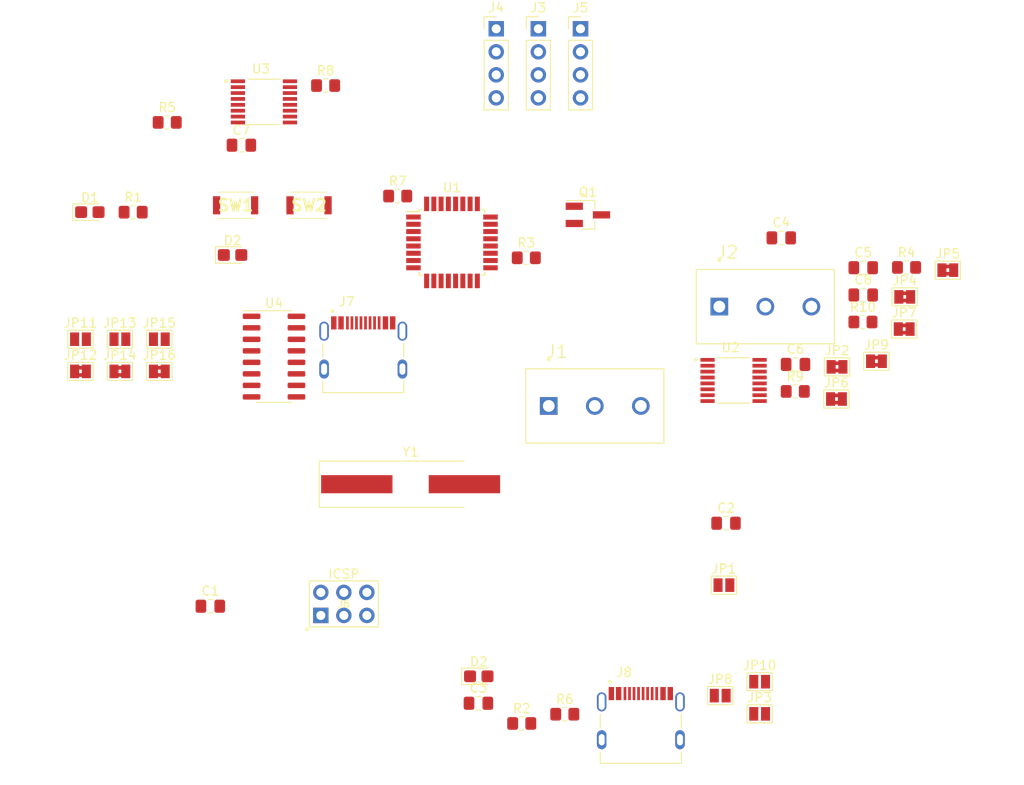
<source format=kicad_pcb>
(kicad_pcb (version 20171130) (host pcbnew "(5.1.10)-1")

  (general
    (thickness 1.6)
    (drawings 0)
    (tracks 0)
    (zones 0)
    (modules 53)
    (nets 79)
  )

  (page A4)
  (layers
    (0 F.Cu signal)
    (31 B.Cu signal)
    (32 B.Adhes user)
    (33 F.Adhes user)
    (34 B.Paste user)
    (35 F.Paste user)
    (36 B.SilkS user)
    (37 F.SilkS user)
    (38 B.Mask user)
    (39 F.Mask user)
    (40 Dwgs.User user)
    (41 Cmts.User user)
    (42 Eco1.User user)
    (43 Eco2.User user)
    (44 Edge.Cuts user)
    (45 Margin user)
    (46 B.CrtYd user)
    (47 F.CrtYd user)
    (48 B.Fab user)
    (49 F.Fab user)
  )

  (setup
    (last_trace_width 0.25)
    (trace_clearance 0.2)
    (zone_clearance 0.508)
    (zone_45_only no)
    (trace_min 0.2)
    (via_size 0.8)
    (via_drill 0.4)
    (via_min_size 0.4)
    (via_min_drill 0.3)
    (uvia_size 0.3)
    (uvia_drill 0.1)
    (uvias_allowed no)
    (uvia_min_size 0.2)
    (uvia_min_drill 0.1)
    (edge_width 0.05)
    (segment_width 0.2)
    (pcb_text_width 0.3)
    (pcb_text_size 1.5 1.5)
    (mod_edge_width 0.12)
    (mod_text_size 1 1)
    (mod_text_width 0.15)
    (pad_size 1.524 1.524)
    (pad_drill 0.762)
    (pad_to_mask_clearance 0)
    (aux_axis_origin 0 0)
    (visible_elements 7FFFFFFF)
    (pcbplotparams
      (layerselection 0x010fc_ffffffff)
      (usegerberextensions false)
      (usegerberattributes true)
      (usegerberadvancedattributes true)
      (creategerberjobfile true)
      (excludeedgelayer true)
      (linewidth 0.100000)
      (plotframeref false)
      (viasonmask false)
      (mode 1)
      (useauxorigin false)
      (hpglpennumber 1)
      (hpglpenspeed 20)
      (hpglpendiameter 15.000000)
      (psnegative false)
      (psa4output false)
      (plotreference true)
      (plotvalue true)
      (plotinvisibletext false)
      (padsonsilk false)
      (subtractmaskfromsilk false)
      (outputformat 1)
      (mirror false)
      (drillshape 1)
      (scaleselection 1)
      (outputdirectory ""))
  )

  (net 0 "")
  (net 1 XTAL1)
  (net 2 GND)
  (net 3 XTAL2)
  (net 4 VCC)
  (net 5 "Net-(D1-Pad2)")
  (net 6 SCK)
  (net 7 RST)
  (net 8 RX)
  (net 9 TX)
  (net 10 SCL)
  (net 11 SDA)
  (net 12 "Net-(U1-Pad20)")
  (net 13 "Net-(U1-Pad22)")
  (net 14 "Net-(J7-PadA5)")
  (net 15 "Net-(J7-PadB8)")
  (net 16 "Net-(J7-PadA8)")
  (net 17 "Net-(J7-PadB5)")
  (net 18 "Net-(C6-Pad2)")
  (net 19 SIG1A)
  (net 20 SIG1B)
  (net 21 D+)
  (net 22 D-)
  (net 23 SIG2A)
  (net 24 SIG2B)
  (net 25 "Net-(U1-Pad25)")
  (net 26 "Net-(U1-Pad26)")
  (net 27 EXTRX)
  (net 28 EXTTX)
  (net 29 EXTRST)
  (net 30 "Net-(D2-Pad1)")
  (net 31 "Net-(D2-Pad2)")
  (net 32 STOPRST)
  (net 33 "Net-(Q1-Pad1)")
  (net 34 "Net-(U1-Pad12)")
  (net 35 "Net-(JP11-Pad1)")
  (net 36 MUXRX)
  (net 37 "Net-(JP13-Pad1)")
  (net 38 MUXTX)
  (net 39 MUXRST)
  (net 40 LED)
  (net 41 MOSI)
  (net 42 MISO)
  (net 43 MUX1S1)
  (net 44 MUX1S2)
  (net 45 MUX2S0)
  (net 46 MUX2S1)
  (net 47 MUX2S2)
  (net 48 MUX1S0)
  (net 49 "Net-(Q1-Pad3)")
  (net 50 "Net-(C8-Pad1)")
  (net 51 "Net-(C8-Pad2)")
  (net 52 "Net-(J8-PadA4B9)")
  (net 53 "Net-(J8-PadA6)")
  (net 54 "Net-(J8-PadB7)")
  (net 55 "Net-(J8-PadA5)")
  (net 56 "Net-(J8-PadB8)")
  (net 57 "Net-(J8-PadA7)")
  (net 58 "Net-(J8-PadB6)")
  (net 59 "Net-(J8-PadA8)")
  (net 60 "Net-(J8-PadB5)")
  (net 61 "Net-(J8-PadB4A9)")
  (net 62 "Net-(R5-Pad2)")
  (net 63 "Net-(R7-Pad2)")
  (net 64 "Net-(R8-Pad2)")
  (net 65 "Net-(U1-Pad24)")
  (net 66 "Net-(U3-Pad1)")
  (net 67 "Net-(U3-Pad3)")
  (net 68 "Net-(U3-Pad4)")
  (net 69 "Net-(U3-Pad5)")
  (net 70 "Net-(U3-Pad13)")
  (net 71 "Net-(U4-Pad7)")
  (net 72 "Net-(U4-Pad8)")
  (net 73 "Net-(U4-Pad9)")
  (net 74 "Net-(U4-Pad10)")
  (net 75 "Net-(U4-Pad11)")
  (net 76 "Net-(U4-Pad12)")
  (net 77 "Net-(U4-Pad14)")
  (net 78 "Net-(U4-Pad15)")

  (net_class Default "This is the default net class."
    (clearance 0.2)
    (trace_width 0.25)
    (via_dia 0.8)
    (via_drill 0.4)
    (uvia_dia 0.3)
    (uvia_drill 0.1)
    (add_net D+)
    (add_net D-)
    (add_net EXTRST)
    (add_net EXTRX)
    (add_net EXTTX)
    (add_net GND)
    (add_net LED)
    (add_net MISO)
    (add_net MOSI)
    (add_net MUX1S0)
    (add_net MUX1S1)
    (add_net MUX1S2)
    (add_net MUX2S0)
    (add_net MUX2S1)
    (add_net MUX2S2)
    (add_net MUXRST)
    (add_net MUXRX)
    (add_net MUXTX)
    (add_net "Net-(C6-Pad2)")
    (add_net "Net-(C8-Pad1)")
    (add_net "Net-(C8-Pad2)")
    (add_net "Net-(D1-Pad2)")
    (add_net "Net-(D2-Pad1)")
    (add_net "Net-(D2-Pad2)")
    (add_net "Net-(J7-PadA5)")
    (add_net "Net-(J7-PadA8)")
    (add_net "Net-(J7-PadB5)")
    (add_net "Net-(J7-PadB8)")
    (add_net "Net-(J8-PadA4B9)")
    (add_net "Net-(J8-PadA5)")
    (add_net "Net-(J8-PadA6)")
    (add_net "Net-(J8-PadA7)")
    (add_net "Net-(J8-PadA8)")
    (add_net "Net-(J8-PadB4A9)")
    (add_net "Net-(J8-PadB5)")
    (add_net "Net-(J8-PadB6)")
    (add_net "Net-(J8-PadB7)")
    (add_net "Net-(J8-PadB8)")
    (add_net "Net-(JP11-Pad1)")
    (add_net "Net-(JP13-Pad1)")
    (add_net "Net-(Q1-Pad1)")
    (add_net "Net-(Q1-Pad3)")
    (add_net "Net-(R5-Pad2)")
    (add_net "Net-(R7-Pad2)")
    (add_net "Net-(R8-Pad2)")
    (add_net "Net-(U1-Pad12)")
    (add_net "Net-(U1-Pad20)")
    (add_net "Net-(U1-Pad22)")
    (add_net "Net-(U1-Pad24)")
    (add_net "Net-(U1-Pad25)")
    (add_net "Net-(U1-Pad26)")
    (add_net "Net-(U3-Pad1)")
    (add_net "Net-(U3-Pad13)")
    (add_net "Net-(U3-Pad3)")
    (add_net "Net-(U3-Pad4)")
    (add_net "Net-(U3-Pad5)")
    (add_net "Net-(U4-Pad10)")
    (add_net "Net-(U4-Pad11)")
    (add_net "Net-(U4-Pad12)")
    (add_net "Net-(U4-Pad14)")
    (add_net "Net-(U4-Pad15)")
    (add_net "Net-(U4-Pad7)")
    (add_net "Net-(U4-Pad8)")
    (add_net "Net-(U4-Pad9)")
    (add_net RST)
    (add_net RX)
    (add_net SCK)
    (add_net SCL)
    (add_net SDA)
    (add_net SIG1A)
    (add_net SIG1B)
    (add_net SIG2A)
    (add_net SIG2B)
    (add_net STOPRST)
    (add_net TX)
    (add_net VCC)
    (add_net XTAL1)
    (add_net XTAL2)
  )

  (module Capacitor_SMD:C_0805_2012Metric_Pad1.18x1.45mm_HandSolder (layer F.Cu) (tedit 5F68FEEF) (tstamp 6116A267)
    (at 58.279001 181.901001)
    (descr "Capacitor SMD 0805 (2012 Metric), square (rectangular) end terminal, IPC_7351 nominal with elongated pad for handsoldering. (Body size source: IPC-SM-782 page 76, https://www.pcb-3d.com/wordpress/wp-content/uploads/ipc-sm-782a_amendment_1_and_2.pdf, https://docs.google.com/spreadsheets/d/1BsfQQcO9C6DZCsRaXUlFlo91Tg2WpOkGARC1WS5S8t0/edit?usp=sharing), generated with kicad-footprint-generator")
    (tags "capacitor handsolder")
    (path /611448F1)
    (attr smd)
    (fp_text reference C3 (at 0 -1.68) (layer F.SilkS)
      (effects (font (size 1 1) (thickness 0.15)))
    )
    (fp_text value 22p (at 0 1.68) (layer F.Fab)
      (effects (font (size 1 1) (thickness 0.15)))
    )
    (fp_line (start -1 0.625) (end -1 -0.625) (layer F.Fab) (width 0.1))
    (fp_line (start -1 -0.625) (end 1 -0.625) (layer F.Fab) (width 0.1))
    (fp_line (start 1 -0.625) (end 1 0.625) (layer F.Fab) (width 0.1))
    (fp_line (start 1 0.625) (end -1 0.625) (layer F.Fab) (width 0.1))
    (fp_line (start -0.261252 -0.735) (end 0.261252 -0.735) (layer F.SilkS) (width 0.12))
    (fp_line (start -0.261252 0.735) (end 0.261252 0.735) (layer F.SilkS) (width 0.12))
    (fp_line (start -1.88 0.98) (end -1.88 -0.98) (layer F.CrtYd) (width 0.05))
    (fp_line (start -1.88 -0.98) (end 1.88 -0.98) (layer F.CrtYd) (width 0.05))
    (fp_line (start 1.88 -0.98) (end 1.88 0.98) (layer F.CrtYd) (width 0.05))
    (fp_line (start 1.88 0.98) (end -1.88 0.98) (layer F.CrtYd) (width 0.05))
    (fp_text user %R (at 0 0) (layer F.Fab)
      (effects (font (size 0.5 0.5) (thickness 0.08)))
    )
    (pad 1 smd roundrect (at -1.0375 0) (size 1.175 1.45) (layers F.Cu F.Paste F.Mask) (roundrect_rratio 0.212766)
      (net 3 XTAL2))
    (pad 2 smd roundrect (at 1.0375 0) (size 1.175 1.45) (layers F.Cu F.Paste F.Mask) (roundrect_rratio 0.212766)
      (net 2 GND))
    (model ${KISYS3DMOD}/Capacitor_SMD.3dshapes/C_0805_2012Metric.wrl
      (at (xyz 0 0 0))
      (scale (xyz 1 1 1))
      (rotate (xyz 0 0 0))
    )
  )

  (module Capacitor_SMD:C_0805_2012Metric_Pad1.18x1.45mm_HandSolder (layer F.Cu) (tedit 5F68FEEF) (tstamp 6116A278)
    (at 85.599001 162.041001)
    (descr "Capacitor SMD 0805 (2012 Metric), square (rectangular) end terminal, IPC_7351 nominal with elongated pad for handsoldering. (Body size source: IPC-SM-782 page 76, https://www.pcb-3d.com/wordpress/wp-content/uploads/ipc-sm-782a_amendment_1_and_2.pdf, https://docs.google.com/spreadsheets/d/1BsfQQcO9C6DZCsRaXUlFlo91Tg2WpOkGARC1WS5S8t0/edit?usp=sharing), generated with kicad-footprint-generator")
    (tags "capacitor handsolder")
    (path /6115564D)
    (attr smd)
    (fp_text reference C2 (at 0 -1.68) (layer F.SilkS)
      (effects (font (size 1 1) (thickness 0.15)))
    )
    (fp_text value 100n (at 0 1.68) (layer F.Fab)
      (effects (font (size 1 1) (thickness 0.15)))
    )
    (fp_line (start 1.88 0.98) (end -1.88 0.98) (layer F.CrtYd) (width 0.05))
    (fp_line (start 1.88 -0.98) (end 1.88 0.98) (layer F.CrtYd) (width 0.05))
    (fp_line (start -1.88 -0.98) (end 1.88 -0.98) (layer F.CrtYd) (width 0.05))
    (fp_line (start -1.88 0.98) (end -1.88 -0.98) (layer F.CrtYd) (width 0.05))
    (fp_line (start -0.261252 0.735) (end 0.261252 0.735) (layer F.SilkS) (width 0.12))
    (fp_line (start -0.261252 -0.735) (end 0.261252 -0.735) (layer F.SilkS) (width 0.12))
    (fp_line (start 1 0.625) (end -1 0.625) (layer F.Fab) (width 0.1))
    (fp_line (start 1 -0.625) (end 1 0.625) (layer F.Fab) (width 0.1))
    (fp_line (start -1 -0.625) (end 1 -0.625) (layer F.Fab) (width 0.1))
    (fp_line (start -1 0.625) (end -1 -0.625) (layer F.Fab) (width 0.1))
    (fp_text user %R (at 0 0) (layer F.Fab)
      (effects (font (size 0.5 0.5) (thickness 0.08)))
    )
    (pad 2 smd roundrect (at 1.0375 0) (size 1.175 1.45) (layers F.Cu F.Paste F.Mask) (roundrect_rratio 0.212766)
      (net 2 GND))
    (pad 1 smd roundrect (at -1.0375 0) (size 1.175 1.45) (layers F.Cu F.Paste F.Mask) (roundrect_rratio 0.212766)
      (net 4 VCC))
    (model ${KISYS3DMOD}/Capacitor_SMD.3dshapes/C_0805_2012Metric.wrl
      (at (xyz 0 0 0))
      (scale (xyz 1 1 1))
      (rotate (xyz 0 0 0))
    )
  )

  (module LED_SMD:LED_0805_2012Metric_Castellated (layer F.Cu) (tedit 5F68FEF1) (tstamp 6116A28B)
    (at 58.319001 178.926001)
    (descr "LED SMD 0805 (2012 Metric), castellated end terminal, IPC_7351 nominal, (Body size source: https://docs.google.com/spreadsheets/d/1BsfQQcO9C6DZCsRaXUlFlo91Tg2WpOkGARC1WS5S8t0/edit?usp=sharing), generated with kicad-footprint-generator")
    (tags "LED castellated")
    (path /6113FB23)
    (attr smd)
    (fp_text reference D2 (at 0 -1.6) (layer F.SilkS)
      (effects (font (size 1 1) (thickness 0.15)))
    )
    (fp_text value 17-21/BHC-XL2M2TY/3T (at 0 1.6) (layer F.Fab)
      (effects (font (size 1 1) (thickness 0.15)))
    )
    (fp_line (start 1 -0.6) (end -0.7 -0.6) (layer F.Fab) (width 0.1))
    (fp_line (start -0.7 -0.6) (end -1 -0.3) (layer F.Fab) (width 0.1))
    (fp_line (start -1 -0.3) (end -1 0.6) (layer F.Fab) (width 0.1))
    (fp_line (start -1 0.6) (end 1 0.6) (layer F.Fab) (width 0.1))
    (fp_line (start 1 0.6) (end 1 -0.6) (layer F.Fab) (width 0.1))
    (fp_line (start 1 -0.91) (end -1.885 -0.91) (layer F.SilkS) (width 0.12))
    (fp_line (start -1.885 -0.91) (end -1.885 0.91) (layer F.SilkS) (width 0.12))
    (fp_line (start -1.885 0.91) (end 1 0.91) (layer F.SilkS) (width 0.12))
    (fp_line (start -1.88 0.9) (end -1.88 -0.9) (layer F.CrtYd) (width 0.05))
    (fp_line (start -1.88 -0.9) (end 1.88 -0.9) (layer F.CrtYd) (width 0.05))
    (fp_line (start 1.88 -0.9) (end 1.88 0.9) (layer F.CrtYd) (width 0.05))
    (fp_line (start 1.88 0.9) (end -1.88 0.9) (layer F.CrtYd) (width 0.05))
    (fp_text user %R (at 0 0) (layer F.Fab)
      (effects (font (size 0.5 0.5) (thickness 0.08)))
    )
    (pad 1 smd roundrect (at -0.9625 0) (size 1.325 1.3) (layers F.Cu F.Paste F.Mask) (roundrect_rratio 0.192308)
      (net 2 GND))
    (pad 2 smd roundrect (at 0.9625 0) (size 1.325 1.3) (layers F.Cu F.Paste F.Mask) (roundrect_rratio 0.192308)
      (net 31 "Net-(D2-Pad2)"))
    (model ${KISYS3DMOD}/LED_SMD.3dshapes/LED_0805_2012Metric_Castellated.wrl
      (at (xyz 0 0 0))
      (scale (xyz 1 1 1))
      (rotate (xyz 0 0 0))
    )
  )

  (module HRO_TYPE-C-31-M-12:HRO_TYPE-C-31-M-12 (layer F.Cu) (tedit 6112D184) (tstamp 6116A2C0)
    (at 76.2 185.928)
    (path /6112D89A)
    (fp_text reference J8 (at -1.825 -7.435) (layer F.SilkS)
      (effects (font (size 1 1) (thickness 0.15)))
    )
    (fp_text value TYPE-C-31-M-12 (at 6.43 4.135) (layer F.Fab)
      (effects (font (size 1 1) (thickness 0.15)))
    )
    (fp_line (start -4.47 2.6) (end 4.47 2.6) (layer F.Fab) (width 0.127))
    (fp_line (start 4.47 2.6) (end 4.47 -4.7) (layer F.Fab) (width 0.127))
    (fp_line (start 4.47 -4.7) (end -4.47 -4.7) (layer F.Fab) (width 0.127))
    (fp_line (start -4.47 -4.7) (end -4.47 2.6) (layer F.Fab) (width 0.127))
    (fp_line (start -4.47 -2.81) (end -4.47 -1.37) (layer F.SilkS) (width 0.127))
    (fp_line (start 4.47 -2.81) (end 4.47 -1.37) (layer F.SilkS) (width 0.127))
    (fp_line (start 4.47 1.37) (end 4.47 2.6) (layer F.SilkS) (width 0.127))
    (fp_line (start 4.47 2.6) (end -4.47 2.6) (layer F.SilkS) (width 0.127))
    (fp_line (start -4.47 2.6) (end -4.47 1.37) (layer F.SilkS) (width 0.127))
    (fp_line (start -5.095 2.85) (end 5.095 2.85) (layer F.CrtYd) (width 0.05))
    (fp_line (start 5.095 2.85) (end 5.095 -6.07) (layer F.CrtYd) (width 0.05))
    (fp_line (start 5.095 -6.07) (end -5.095 -6.07) (layer F.CrtYd) (width 0.05))
    (fp_line (start -5.095 -6.07) (end -5.095 2.85) (layer F.CrtYd) (width 0.05))
    (fp_circle (center -3.4 -6.4) (end -3.3 -6.4) (layer F.Fab) (width 0.2))
    (fp_circle (center -3.4 -6.4) (end -3.3 -6.4) (layer F.SilkS) (width 0.2))
    (pad A1B12 smd rect (at -3.25 -5.095) (size 0.6 1.45) (layers F.Cu F.Paste F.Mask)
      (net 2 GND))
    (pad A4B9 smd rect (at -2.45 -5.095) (size 0.6 1.45) (layers F.Cu F.Paste F.Mask)
      (net 52 "Net-(J8-PadA4B9)"))
    (pad A6 smd rect (at -0.25 -5.095) (size 0.3 1.45) (layers F.Cu F.Paste F.Mask)
      (net 53 "Net-(J8-PadA6)"))
    (pad B7 smd rect (at -0.75 -5.095) (size 0.3 1.45) (layers F.Cu F.Paste F.Mask)
      (net 54 "Net-(J8-PadB7)"))
    (pad A5 smd rect (at -1.25 -5.095) (size 0.3 1.45) (layers F.Cu F.Paste F.Mask)
      (net 55 "Net-(J8-PadA5)"))
    (pad B8 smd rect (at -1.75 -5.095) (size 0.3 1.45) (layers F.Cu F.Paste F.Mask)
      (net 56 "Net-(J8-PadB8)"))
    (pad A7 smd rect (at 0.25 -5.095) (size 0.3 1.45) (layers F.Cu F.Paste F.Mask)
      (net 57 "Net-(J8-PadA7)"))
    (pad B6 smd rect (at 0.75 -5.095) (size 0.3 1.45) (layers F.Cu F.Paste F.Mask)
      (net 58 "Net-(J8-PadB6)"))
    (pad A8 smd rect (at 1.25 -5.095) (size 0.3 1.45) (layers F.Cu F.Paste F.Mask)
      (net 59 "Net-(J8-PadA8)"))
    (pad B5 smd rect (at 1.75 -5.095) (size 0.3 1.45) (layers F.Cu F.Paste F.Mask)
      (net 60 "Net-(J8-PadB5)"))
    (pad B4A9 smd rect (at 2.45 -5.095) (size 0.6 1.45) (layers F.Cu F.Paste F.Mask)
      (net 61 "Net-(J8-PadB4A9)"))
    (pad B1A12 smd rect (at 3.25 -5.095) (size 0.6 1.45) (layers F.Cu F.Paste F.Mask)
      (net 2 GND))
    (pad S1 thru_hole oval (at -4.32 -4.18) (size 1.05 2.1) (drill oval 0.65 1.75) (layers *.Cu *.Mask)
      (net 2 GND))
    (pad S2 thru_hole oval (at 4.32 -4.18) (size 1.05 2.1) (drill oval 0.65 1.75) (layers *.Cu *.Mask)
      (net 2 GND))
    (pad S3 thru_hole oval (at -4.32 0) (size 1.05 2.1) (drill oval 0.65 1.25) (layers *.Cu *.Mask)
      (net 2 GND))
    (pad S4 thru_hole oval (at 4.32 0) (size 1.05 2.1) (drill oval 0.65 1.25) (layers *.Cu *.Mask)
      (net 2 GND))
    (pad None np_thru_hole circle (at -2.89 -3.65) (size 0.7 0.7) (drill 0.7) (layers *.Cu *.Mask))
    (pad None np_thru_hole circle (at 2.89 -3.65) (size 0.7 0.7) (drill 0.7) (layers *.Cu *.Mask))
    (model ${KIPRJMOD}/Libraries/HRO_TYPE-C-31-M-12.models/TYPE-C-31-M-12.step
      (at (xyz 0 0 0))
      (scale (xyz 1 1 1))
      (rotate (xyz -90 0 0))
    )
  )

  (module Jumper:SolderJumper-2_P1.3mm_Open_Pad1.0x1.5mm (layer F.Cu) (tedit 5A3EABFC) (tstamp 6116A325)
    (at 85.369001 168.871001)
    (descr "SMD Solder Jumper, 1x1.5mm Pads, 0.3mm gap, open")
    (tags "solder jumper open")
    (path /6113282A)
    (attr virtual)
    (fp_text reference JP1 (at 0 -1.8) (layer F.SilkS)
      (effects (font (size 1 1) (thickness 0.15)))
    )
    (fp_text value SolderJumper (at 0 1.9) (layer F.Fab)
      (effects (font (size 1 1) (thickness 0.15)))
    )
    (fp_line (start -1.4 1) (end -1.4 -1) (layer F.SilkS) (width 0.12))
    (fp_line (start 1.4 1) (end -1.4 1) (layer F.SilkS) (width 0.12))
    (fp_line (start 1.4 -1) (end 1.4 1) (layer F.SilkS) (width 0.12))
    (fp_line (start -1.4 -1) (end 1.4 -1) (layer F.SilkS) (width 0.12))
    (fp_line (start -1.65 -1.25) (end 1.65 -1.25) (layer F.CrtYd) (width 0.05))
    (fp_line (start -1.65 -1.25) (end -1.65 1.25) (layer F.CrtYd) (width 0.05))
    (fp_line (start 1.65 1.25) (end 1.65 -1.25) (layer F.CrtYd) (width 0.05))
    (fp_line (start 1.65 1.25) (end -1.65 1.25) (layer F.CrtYd) (width 0.05))
    (pad 2 smd rect (at 0.65 0) (size 1 1.5) (layers F.Cu F.Mask)
      (net 53 "Net-(J8-PadA6)"))
    (pad 1 smd rect (at -0.65 0) (size 1 1.5) (layers F.Cu F.Mask)
      (net 11 SDA))
  )

  (module Jumper:SolderJumper-2_P1.3mm_Open_Pad1.0x1.5mm (layer F.Cu) (tedit 5A3EABFC) (tstamp 6116A341)
    (at 89.309001 183.071001)
    (descr "SMD Solder Jumper, 1x1.5mm Pads, 0.3mm gap, open")
    (tags "solder jumper open")
    (path /6118262C)
    (attr virtual)
    (fp_text reference JP3 (at 0 -1.8) (layer F.SilkS)
      (effects (font (size 1 1) (thickness 0.15)))
    )
    (fp_text value SolderJumper (at 0 1.9) (layer F.Fab)
      (effects (font (size 1 1) (thickness 0.15)))
    )
    (fp_line (start 1.65 1.25) (end -1.65 1.25) (layer F.CrtYd) (width 0.05))
    (fp_line (start 1.65 1.25) (end 1.65 -1.25) (layer F.CrtYd) (width 0.05))
    (fp_line (start -1.65 -1.25) (end -1.65 1.25) (layer F.CrtYd) (width 0.05))
    (fp_line (start -1.65 -1.25) (end 1.65 -1.25) (layer F.CrtYd) (width 0.05))
    (fp_line (start -1.4 -1) (end 1.4 -1) (layer F.SilkS) (width 0.12))
    (fp_line (start 1.4 -1) (end 1.4 1) (layer F.SilkS) (width 0.12))
    (fp_line (start 1.4 1) (end -1.4 1) (layer F.SilkS) (width 0.12))
    (fp_line (start -1.4 1) (end -1.4 -1) (layer F.SilkS) (width 0.12))
    (pad 1 smd rect (at -0.65 0) (size 1 1.5) (layers F.Cu F.Mask)
      (net 10 SCL))
    (pad 2 smd rect (at 0.65 0) (size 1 1.5) (layers F.Cu F.Mask)
      (net 57 "Net-(J8-PadA7)"))
  )

  (module Jumper:SolderJumper-2_P1.3mm_Open_Pad1.0x1.5mm (layer F.Cu) (tedit 5A3EABFC) (tstamp 6116A387)
    (at 84.959001 181.061001)
    (descr "SMD Solder Jumper, 1x1.5mm Pads, 0.3mm gap, open")
    (tags "solder jumper open")
    (path /611A3587)
    (attr virtual)
    (fp_text reference JP8 (at 0 -1.8) (layer F.SilkS)
      (effects (font (size 1 1) (thickness 0.15)))
    )
    (fp_text value SolderJumper (at 0 1.9) (layer F.Fab)
      (effects (font (size 1 1) (thickness 0.15)))
    )
    (fp_line (start 1.65 1.25) (end -1.65 1.25) (layer F.CrtYd) (width 0.05))
    (fp_line (start 1.65 1.25) (end 1.65 -1.25) (layer F.CrtYd) (width 0.05))
    (fp_line (start -1.65 -1.25) (end -1.65 1.25) (layer F.CrtYd) (width 0.05))
    (fp_line (start -1.65 -1.25) (end 1.65 -1.25) (layer F.CrtYd) (width 0.05))
    (fp_line (start -1.4 -1) (end 1.4 -1) (layer F.SilkS) (width 0.12))
    (fp_line (start 1.4 -1) (end 1.4 1) (layer F.SilkS) (width 0.12))
    (fp_line (start 1.4 1) (end -1.4 1) (layer F.SilkS) (width 0.12))
    (fp_line (start -1.4 1) (end -1.4 -1) (layer F.SilkS) (width 0.12))
    (pad 1 smd rect (at -0.65 0) (size 1 1.5) (layers F.Cu F.Mask)
      (net 10 SCL))
    (pad 2 smd rect (at 0.65 0) (size 1 1.5) (layers F.Cu F.Mask)
      (net 54 "Net-(J8-PadB7)"))
  )

  (module Jumper:SolderJumper-2_P1.3mm_Open_Pad1.0x1.5mm (layer F.Cu) (tedit 5A3EABFC) (tstamp 6116A3A3)
    (at 89.309001 179.521001)
    (descr "SMD Solder Jumper, 1x1.5mm Pads, 0.3mm gap, open")
    (tags "solder jumper open")
    (path /611A3577)
    (attr virtual)
    (fp_text reference JP10 (at 0 -1.8) (layer F.SilkS)
      (effects (font (size 1 1) (thickness 0.15)))
    )
    (fp_text value SolderJumper (at 0 1.9) (layer F.Fab)
      (effects (font (size 1 1) (thickness 0.15)))
    )
    (fp_line (start -1.4 1) (end -1.4 -1) (layer F.SilkS) (width 0.12))
    (fp_line (start 1.4 1) (end -1.4 1) (layer F.SilkS) (width 0.12))
    (fp_line (start 1.4 -1) (end 1.4 1) (layer F.SilkS) (width 0.12))
    (fp_line (start -1.4 -1) (end 1.4 -1) (layer F.SilkS) (width 0.12))
    (fp_line (start -1.65 -1.25) (end 1.65 -1.25) (layer F.CrtYd) (width 0.05))
    (fp_line (start -1.65 -1.25) (end -1.65 1.25) (layer F.CrtYd) (width 0.05))
    (fp_line (start 1.65 1.25) (end 1.65 -1.25) (layer F.CrtYd) (width 0.05))
    (fp_line (start 1.65 1.25) (end -1.65 1.25) (layer F.CrtYd) (width 0.05))
    (pad 2 smd rect (at 0.65 0) (size 1 1.5) (layers F.Cu F.Mask)
      (net 58 "Net-(J8-PadB6)"))
    (pad 1 smd rect (at -0.65 0) (size 1 1.5) (layers F.Cu F.Mask)
      (net 11 SDA))
  )

  (module Resistor_SMD:R_0805_2012Metric_Pad1.20x1.40mm_HandSolder (layer F.Cu) (tedit 5F68FEEE) (tstamp 6116A3B4)
    (at 63.059001 184.131001)
    (descr "Resistor SMD 0805 (2012 Metric), square (rectangular) end terminal, IPC_7351 nominal with elongated pad for handsoldering. (Body size source: IPC-SM-782 page 72, https://www.pcb-3d.com/wordpress/wp-content/uploads/ipc-sm-782a_amendment_1_and_2.pdf), generated with kicad-footprint-generator")
    (tags "resistor handsolder")
    (path /611669B4)
    (attr smd)
    (fp_text reference R2 (at 0 -1.65) (layer F.SilkS)
      (effects (font (size 1 1) (thickness 0.15)))
    )
    (fp_text value 10k (at 0 1.65) (layer F.Fab)
      (effects (font (size 1 1) (thickness 0.15)))
    )
    (fp_line (start -1 0.625) (end -1 -0.625) (layer F.Fab) (width 0.1))
    (fp_line (start -1 -0.625) (end 1 -0.625) (layer F.Fab) (width 0.1))
    (fp_line (start 1 -0.625) (end 1 0.625) (layer F.Fab) (width 0.1))
    (fp_line (start 1 0.625) (end -1 0.625) (layer F.Fab) (width 0.1))
    (fp_line (start -0.227064 -0.735) (end 0.227064 -0.735) (layer F.SilkS) (width 0.12))
    (fp_line (start -0.227064 0.735) (end 0.227064 0.735) (layer F.SilkS) (width 0.12))
    (fp_line (start -1.85 0.95) (end -1.85 -0.95) (layer F.CrtYd) (width 0.05))
    (fp_line (start -1.85 -0.95) (end 1.85 -0.95) (layer F.CrtYd) (width 0.05))
    (fp_line (start 1.85 -0.95) (end 1.85 0.95) (layer F.CrtYd) (width 0.05))
    (fp_line (start 1.85 0.95) (end -1.85 0.95) (layer F.CrtYd) (width 0.05))
    (fp_text user %R (at 0 0) (layer F.Fab)
      (effects (font (size 0.5 0.5) (thickness 0.08)))
    )
    (pad 1 smd roundrect (at -1 0) (size 1.2 1.4) (layers F.Cu F.Paste F.Mask) (roundrect_rratio 0.208333)
      (net 7 RST))
    (pad 2 smd roundrect (at 1 0) (size 1.2 1.4) (layers F.Cu F.Paste F.Mask) (roundrect_rratio 0.208333)
      (net 4 VCC))
    (model ${KISYS3DMOD}/Resistor_SMD.3dshapes/R_0805_2012Metric.wrl
      (at (xyz 0 0 0))
      (scale (xyz 1 1 1))
      (rotate (xyz 0 0 0))
    )
  )

  (module Resistor_SMD:R_0805_2012Metric_Pad1.20x1.40mm_HandSolder (layer F.Cu) (tedit 5F68FEEE) (tstamp 6116A3C5)
    (at 67.809001 183.111001)
    (descr "Resistor SMD 0805 (2012 Metric), square (rectangular) end terminal, IPC_7351 nominal with elongated pad for handsoldering. (Body size source: IPC-SM-782 page 72, https://www.pcb-3d.com/wordpress/wp-content/uploads/ipc-sm-782a_amendment_1_and_2.pdf), generated with kicad-footprint-generator")
    (tags "resistor handsolder")
    (path /6114AFDD)
    (attr smd)
    (fp_text reference R6 (at 0 -1.65) (layer F.SilkS)
      (effects (font (size 1 1) (thickness 0.15)))
    )
    (fp_text value 200 (at 0 1.65) (layer F.Fab)
      (effects (font (size 1 1) (thickness 0.15)))
    )
    (fp_line (start 1.85 0.95) (end -1.85 0.95) (layer F.CrtYd) (width 0.05))
    (fp_line (start 1.85 -0.95) (end 1.85 0.95) (layer F.CrtYd) (width 0.05))
    (fp_line (start -1.85 -0.95) (end 1.85 -0.95) (layer F.CrtYd) (width 0.05))
    (fp_line (start -1.85 0.95) (end -1.85 -0.95) (layer F.CrtYd) (width 0.05))
    (fp_line (start -0.227064 0.735) (end 0.227064 0.735) (layer F.SilkS) (width 0.12))
    (fp_line (start -0.227064 -0.735) (end 0.227064 -0.735) (layer F.SilkS) (width 0.12))
    (fp_line (start 1 0.625) (end -1 0.625) (layer F.Fab) (width 0.1))
    (fp_line (start 1 -0.625) (end 1 0.625) (layer F.Fab) (width 0.1))
    (fp_line (start -1 -0.625) (end 1 -0.625) (layer F.Fab) (width 0.1))
    (fp_line (start -1 0.625) (end -1 -0.625) (layer F.Fab) (width 0.1))
    (fp_text user %R (at 0 0) (layer F.Fab)
      (effects (font (size 0.5 0.5) (thickness 0.08)))
    )
    (pad 2 smd roundrect (at 1 0) (size 1.2 1.4) (layers F.Cu F.Paste F.Mask) (roundrect_rratio 0.208333)
      (net 4 VCC))
    (pad 1 smd roundrect (at -1 0) (size 1.2 1.4) (layers F.Cu F.Paste F.Mask) (roundrect_rratio 0.208333)
      (net 31 "Net-(D2-Pad2)"))
    (model ${KISYS3DMOD}/Resistor_SMD.3dshapes/R_0805_2012Metric.wrl
      (at (xyz 0 0 0))
      (scale (xyz 1 1 1))
      (rotate (xyz 0 0 0))
    )
  )

  (module Crystal:Crystal_SMD_HC49-SD_HandSoldering (layer F.Cu) (tedit 5A1AD52C) (tstamp 6116A412)
    (at 50.8 157.734)
    (descr "SMD Crystal HC-49-SD http://cdn-reichelt.de/documents/datenblatt/B400/xxx-HC49-SMD.pdf, hand-soldering, 11.4x4.7mm^2 package")
    (tags "SMD SMT crystal hand-soldering")
    (path /6113484F)
    (attr smd)
    (fp_text reference Y1 (at 0 -3.55) (layer F.SilkS)
      (effects (font (size 1 1) (thickness 0.15)))
    )
    (fp_text value 16MHz (at 0 3.55) (layer F.Fab)
      (effects (font (size 1 1) (thickness 0.15)))
    )
    (fp_line (start -5.7 -2.35) (end -5.7 2.35) (layer F.Fab) (width 0.1))
    (fp_line (start -5.7 2.35) (end 5.7 2.35) (layer F.Fab) (width 0.1))
    (fp_line (start 5.7 2.35) (end 5.7 -2.35) (layer F.Fab) (width 0.1))
    (fp_line (start 5.7 -2.35) (end -5.7 -2.35) (layer F.Fab) (width 0.1))
    (fp_line (start -3.015 -2.115) (end 3.015 -2.115) (layer F.Fab) (width 0.1))
    (fp_line (start -3.015 2.115) (end 3.015 2.115) (layer F.Fab) (width 0.1))
    (fp_line (start 5.9 -2.55) (end -10.075 -2.55) (layer F.SilkS) (width 0.12))
    (fp_line (start -10.075 -2.55) (end -10.075 2.55) (layer F.SilkS) (width 0.12))
    (fp_line (start -10.075 2.55) (end 5.9 2.55) (layer F.SilkS) (width 0.12))
    (fp_line (start -10.2 -2.6) (end -10.2 2.6) (layer F.CrtYd) (width 0.05))
    (fp_line (start -10.2 2.6) (end 10.2 2.6) (layer F.CrtYd) (width 0.05))
    (fp_line (start 10.2 2.6) (end 10.2 -2.6) (layer F.CrtYd) (width 0.05))
    (fp_line (start 10.2 -2.6) (end -10.2 -2.6) (layer F.CrtYd) (width 0.05))
    (fp_text user %R (at 0 0) (layer F.Fab)
      (effects (font (size 1 1) (thickness 0.15)))
    )
    (fp_arc (start -3.015 0) (end -3.015 -2.115) (angle -180) (layer F.Fab) (width 0.1))
    (fp_arc (start 3.015 0) (end 3.015 -2.115) (angle 180) (layer F.Fab) (width 0.1))
    (pad 1 smd rect (at -5.9375 0) (size 7.875 2) (layers F.Cu F.Paste F.Mask)
      (net 1 XTAL1))
    (pad 2 smd rect (at 5.9375 0) (size 7.875 2) (layers F.Cu F.Paste F.Mask)
      (net 3 XTAL2))
    (model ${KISYS3DMOD}/Crystal.3dshapes/Crystal_SMD_HC49-SD.wrl
      (at (xyz 0 0 0))
      (scale (xyz 1 1 1))
      (rotate (xyz 0 0 0))
    )
  )

  (module Capacitor_SMD:C_0805_2012Metric_Pad1.18x1.45mm_HandSolder (layer F.Cu) (tedit 5F68FEEF) (tstamp 6116A948)
    (at 28.702 171.196)
    (descr "Capacitor SMD 0805 (2012 Metric), square (rectangular) end terminal, IPC_7351 nominal with elongated pad for handsoldering. (Body size source: IPC-SM-782 page 76, https://www.pcb-3d.com/wordpress/wp-content/uploads/ipc-sm-782a_amendment_1_and_2.pdf, https://docs.google.com/spreadsheets/d/1BsfQQcO9C6DZCsRaXUlFlo91Tg2WpOkGARC1WS5S8t0/edit?usp=sharing), generated with kicad-footprint-generator")
    (tags "capacitor handsolder")
    (path /6113DC2F)
    (attr smd)
    (fp_text reference C1 (at 0 -1.68) (layer F.SilkS)
      (effects (font (size 1 1) (thickness 0.15)))
    )
    (fp_text value 22p (at 0 1.68) (layer F.Fab)
      (effects (font (size 1 1) (thickness 0.15)))
    )
    (fp_line (start -1 0.625) (end -1 -0.625) (layer F.Fab) (width 0.1))
    (fp_line (start -1 -0.625) (end 1 -0.625) (layer F.Fab) (width 0.1))
    (fp_line (start 1 -0.625) (end 1 0.625) (layer F.Fab) (width 0.1))
    (fp_line (start 1 0.625) (end -1 0.625) (layer F.Fab) (width 0.1))
    (fp_line (start -0.261252 -0.735) (end 0.261252 -0.735) (layer F.SilkS) (width 0.12))
    (fp_line (start -0.261252 0.735) (end 0.261252 0.735) (layer F.SilkS) (width 0.12))
    (fp_line (start -1.88 0.98) (end -1.88 -0.98) (layer F.CrtYd) (width 0.05))
    (fp_line (start -1.88 -0.98) (end 1.88 -0.98) (layer F.CrtYd) (width 0.05))
    (fp_line (start 1.88 -0.98) (end 1.88 0.98) (layer F.CrtYd) (width 0.05))
    (fp_line (start 1.88 0.98) (end -1.88 0.98) (layer F.CrtYd) (width 0.05))
    (fp_text user %R (at 0 0) (layer F.Fab)
      (effects (font (size 0.5 0.5) (thickness 0.08)))
    )
    (pad 1 smd roundrect (at -1.0375 0) (size 1.175 1.45) (layers F.Cu F.Paste F.Mask) (roundrect_rratio 0.212766)
      (net 1 XTAL1))
    (pad 2 smd roundrect (at 1.0375 0) (size 1.175 1.45) (layers F.Cu F.Paste F.Mask) (roundrect_rratio 0.212766)
      (net 2 GND))
    (model ${KISYS3DMOD}/Capacitor_SMD.3dshapes/C_0805_2012Metric.wrl
      (at (xyz 0 0 0))
      (scale (xyz 1 1 1))
      (rotate (xyz 0 0 0))
    )
  )

  (module CUI_TB006-508-03BE:CUI_TB006-508-03BE (layer F.Cu) (tedit 6113F46A) (tstamp 6116A96C)
    (at 66.04 149.098)
    (path /6117AFF9)
    (fp_text reference J1 (at 0.905 -5.989) (layer F.SilkS)
      (effects (font (size 1.4 1.4) (thickness 0.15)))
    )
    (fp_text value Screw_Terminal_01x03 (at 12.462 5.461) (layer F.Fab)
      (effects (font (size 1.4 1.4) (thickness 0.15)))
    )
    (fp_line (start -2.54 4.1) (end -2.54 -4.1) (layer F.Fab) (width 0.127))
    (fp_line (start -2.54 -4.1) (end 12.7 -4.1) (layer F.Fab) (width 0.127))
    (fp_line (start 12.7 -4.1) (end 12.7 4.1) (layer F.Fab) (width 0.127))
    (fp_line (start 12.7 4.1) (end -2.54 4.1) (layer F.Fab) (width 0.127))
    (fp_line (start -2.54 4.1) (end -2.54 -4.1) (layer F.SilkS) (width 0.127))
    (fp_line (start 12.7 -4.1) (end 12.7 4.1) (layer F.SilkS) (width 0.127))
    (fp_line (start -2.54 -4.1) (end 12.7 -4.1) (layer F.SilkS) (width 0.127))
    (fp_line (start 12.7 4.1) (end -2.54 4.1) (layer F.SilkS) (width 0.127))
    (fp_line (start -2.79 -4.35) (end 12.95 -4.35) (layer F.CrtYd) (width 0.05))
    (fp_line (start 12.95 4.35) (end -2.79 4.35) (layer F.CrtYd) (width 0.05))
    (fp_line (start -2.79 4.35) (end -2.79 -4.35) (layer F.CrtYd) (width 0.05))
    (fp_line (start 12.95 -4.35) (end 12.95 4.35) (layer F.CrtYd) (width 0.05))
    (fp_circle (center 0 -5.1) (end 0.1 -5.1) (layer F.SilkS) (width 0.2))
    (fp_circle (center 0 -5.1) (end 0.1 -5.1) (layer F.Fab) (width 0.2))
    (pad 1 thru_hole rect (at 0 0) (size 1.95 1.95) (drill 1.3) (layers *.Cu *.Mask)
      (net 19 SIG1A))
    (pad 2 thru_hole circle (at 5.08 0) (size 1.95 1.95) (drill 1.3) (layers *.Cu *.Mask)
      (net 20 SIG1B))
    (pad 3 thru_hole circle (at 10.16 0) (size 1.95 1.95) (drill 1.3) (layers *.Cu *.Mask)
      (net 2 GND))
    (model ${KIPRJMOD}/Libraries/CUI_TB006-508-03BE.models/TB006-508-03BE.step
      (at (xyz 0 0 0))
      (scale (xyz 1 1 1))
      (rotate (xyz -90 0 0))
    )
  )

  (module HRO_TYPE-C-31-M-12:HRO_TYPE-C-31-M-12 (layer F.Cu) (tedit 6112D184) (tstamp 6116ABF1)
    (at 45.574001 145.030001)
    (path /6118AF6C)
    (fp_text reference J7 (at -1.825 -7.435) (layer F.SilkS)
      (effects (font (size 1 1) (thickness 0.15)))
    )
    (fp_text value TYPE-C-31-M-12 (at 6.43 4.135) (layer F.Fab)
      (effects (font (size 1 1) (thickness 0.15)))
    )
    (fp_circle (center -3.4 -6.4) (end -3.3 -6.4) (layer F.SilkS) (width 0.2))
    (fp_circle (center -3.4 -6.4) (end -3.3 -6.4) (layer F.Fab) (width 0.2))
    (fp_line (start -5.095 -6.07) (end -5.095 2.85) (layer F.CrtYd) (width 0.05))
    (fp_line (start 5.095 -6.07) (end -5.095 -6.07) (layer F.CrtYd) (width 0.05))
    (fp_line (start 5.095 2.85) (end 5.095 -6.07) (layer F.CrtYd) (width 0.05))
    (fp_line (start -5.095 2.85) (end 5.095 2.85) (layer F.CrtYd) (width 0.05))
    (fp_line (start -4.47 2.6) (end -4.47 1.37) (layer F.SilkS) (width 0.127))
    (fp_line (start 4.47 2.6) (end -4.47 2.6) (layer F.SilkS) (width 0.127))
    (fp_line (start 4.47 1.37) (end 4.47 2.6) (layer F.SilkS) (width 0.127))
    (fp_line (start 4.47 -2.81) (end 4.47 -1.37) (layer F.SilkS) (width 0.127))
    (fp_line (start -4.47 -2.81) (end -4.47 -1.37) (layer F.SilkS) (width 0.127))
    (fp_line (start -4.47 -4.7) (end -4.47 2.6) (layer F.Fab) (width 0.127))
    (fp_line (start 4.47 -4.7) (end -4.47 -4.7) (layer F.Fab) (width 0.127))
    (fp_line (start 4.47 2.6) (end 4.47 -4.7) (layer F.Fab) (width 0.127))
    (fp_line (start -4.47 2.6) (end 4.47 2.6) (layer F.Fab) (width 0.127))
    (pad A1B12 smd rect (at -3.25 -5.095) (size 0.6 1.45) (layers F.Cu F.Paste F.Mask)
      (net 2 GND))
    (pad A4B9 smd rect (at -2.45 -5.095) (size 0.6 1.45) (layers F.Cu F.Paste F.Mask)
      (net 4 VCC))
    (pad A6 smd rect (at -0.25 -5.095) (size 0.3 1.45) (layers F.Cu F.Paste F.Mask)
      (net 21 D+))
    (pad B7 smd rect (at -0.75 -5.095) (size 0.3 1.45) (layers F.Cu F.Paste F.Mask)
      (net 22 D-))
    (pad A5 smd rect (at -1.25 -5.095) (size 0.3 1.45) (layers F.Cu F.Paste F.Mask)
      (net 14 "Net-(J7-PadA5)"))
    (pad B8 smd rect (at -1.75 -5.095) (size 0.3 1.45) (layers F.Cu F.Paste F.Mask)
      (net 15 "Net-(J7-PadB8)"))
    (pad A7 smd rect (at 0.25 -5.095) (size 0.3 1.45) (layers F.Cu F.Paste F.Mask)
      (net 22 D-))
    (pad B6 smd rect (at 0.75 -5.095) (size 0.3 1.45) (layers F.Cu F.Paste F.Mask)
      (net 21 D+))
    (pad A8 smd rect (at 1.25 -5.095) (size 0.3 1.45) (layers F.Cu F.Paste F.Mask)
      (net 16 "Net-(J7-PadA8)"))
    (pad B5 smd rect (at 1.75 -5.095) (size 0.3 1.45) (layers F.Cu F.Paste F.Mask)
      (net 17 "Net-(J7-PadB5)"))
    (pad B4A9 smd rect (at 2.45 -5.095) (size 0.6 1.45) (layers F.Cu F.Paste F.Mask)
      (net 4 VCC))
    (pad B1A12 smd rect (at 3.25 -5.095) (size 0.6 1.45) (layers F.Cu F.Paste F.Mask)
      (net 2 GND))
    (pad S1 thru_hole oval (at -4.32 -4.18) (size 1.05 2.1) (drill oval 0.65 1.75) (layers *.Cu *.Mask)
      (net 2 GND))
    (pad S2 thru_hole oval (at 4.32 -4.18) (size 1.05 2.1) (drill oval 0.65 1.75) (layers *.Cu *.Mask)
      (net 2 GND))
    (pad S3 thru_hole oval (at -4.32 0) (size 1.05 2.1) (drill oval 0.65 1.25) (layers *.Cu *.Mask)
      (net 2 GND))
    (pad S4 thru_hole oval (at 4.32 0) (size 1.05 2.1) (drill oval 0.65 1.25) (layers *.Cu *.Mask)
      (net 2 GND))
    (pad None np_thru_hole circle (at -2.89 -3.65) (size 0.7 0.7) (drill 0.7) (layers *.Cu *.Mask))
    (pad None np_thru_hole circle (at 2.89 -3.65) (size 0.7 0.7) (drill 0.7) (layers *.Cu *.Mask))
    (model ${KIPRJMOD}/Libraries/HRO_TYPE-C-31-M-12.models/TYPE-C-31-M-12.step
      (at (xyz 0 0 0))
      (scale (xyz 1 1 1))
      (rotate (xyz -90 0 0))
    )
  )

  (module Package_SO:SOIC-16_3.9x9.9mm_P1.27mm (layer F.Cu) (tedit 5D9F72B1) (tstamp 6116AC13)
    (at 35.729001 143.655001)
    (descr "SOIC, 16 Pin (JEDEC MS-012AC, https://www.analog.com/media/en/package-pcb-resources/package/pkg_pdf/soic_narrow-r/r_16.pdf), generated with kicad-footprint-generator ipc_gullwing_generator.py")
    (tags "SOIC SO")
    (path /6118DFFB)
    (attr smd)
    (fp_text reference U4 (at 0 -5.9) (layer F.SilkS)
      (effects (font (size 1 1) (thickness 0.15)))
    )
    (fp_text value CH340C (at 0 5.9) (layer F.Fab)
      (effects (font (size 1 1) (thickness 0.15)))
    )
    (fp_line (start 3.7 -5.2) (end -3.7 -5.2) (layer F.CrtYd) (width 0.05))
    (fp_line (start 3.7 5.2) (end 3.7 -5.2) (layer F.CrtYd) (width 0.05))
    (fp_line (start -3.7 5.2) (end 3.7 5.2) (layer F.CrtYd) (width 0.05))
    (fp_line (start -3.7 -5.2) (end -3.7 5.2) (layer F.CrtYd) (width 0.05))
    (fp_line (start -1.95 -3.975) (end -0.975 -4.95) (layer F.Fab) (width 0.1))
    (fp_line (start -1.95 4.95) (end -1.95 -3.975) (layer F.Fab) (width 0.1))
    (fp_line (start 1.95 4.95) (end -1.95 4.95) (layer F.Fab) (width 0.1))
    (fp_line (start 1.95 -4.95) (end 1.95 4.95) (layer F.Fab) (width 0.1))
    (fp_line (start -0.975 -4.95) (end 1.95 -4.95) (layer F.Fab) (width 0.1))
    (fp_line (start 0 -5.06) (end -3.45 -5.06) (layer F.SilkS) (width 0.12))
    (fp_line (start 0 -5.06) (end 1.95 -5.06) (layer F.SilkS) (width 0.12))
    (fp_line (start 0 5.06) (end -1.95 5.06) (layer F.SilkS) (width 0.12))
    (fp_line (start 0 5.06) (end 1.95 5.06) (layer F.SilkS) (width 0.12))
    (fp_text user %R (at 0 0) (layer F.Fab)
      (effects (font (size 0.98 0.98) (thickness 0.15)))
    )
    (pad 1 smd roundrect (at -2.475 -4.445) (size 1.95 0.6) (layers F.Cu F.Paste F.Mask) (roundrect_rratio 0.25)
      (net 2 GND))
    (pad 2 smd roundrect (at -2.475 -3.175) (size 1.95 0.6) (layers F.Cu F.Paste F.Mask) (roundrect_rratio 0.25)
      (net 35 "Net-(JP11-Pad1)"))
    (pad 3 smd roundrect (at -2.475 -1.905) (size 1.95 0.6) (layers F.Cu F.Paste F.Mask) (roundrect_rratio 0.25)
      (net 37 "Net-(JP13-Pad1)"))
    (pad 4 smd roundrect (at -2.475 -0.635) (size 1.95 0.6) (layers F.Cu F.Paste F.Mask) (roundrect_rratio 0.25)
      (net 18 "Net-(C6-Pad2)"))
    (pad 5 smd roundrect (at -2.475 0.635) (size 1.95 0.6) (layers F.Cu F.Paste F.Mask) (roundrect_rratio 0.25)
      (net 21 D+))
    (pad 6 smd roundrect (at -2.475 1.905) (size 1.95 0.6) (layers F.Cu F.Paste F.Mask) (roundrect_rratio 0.25)
      (net 22 D-))
    (pad 7 smd roundrect (at -2.475 3.175) (size 1.95 0.6) (layers F.Cu F.Paste F.Mask) (roundrect_rratio 0.25)
      (net 71 "Net-(U4-Pad7)"))
    (pad 8 smd roundrect (at -2.475 4.445) (size 1.95 0.6) (layers F.Cu F.Paste F.Mask) (roundrect_rratio 0.25)
      (net 72 "Net-(U4-Pad8)"))
    (pad 9 smd roundrect (at 2.475 4.445) (size 1.95 0.6) (layers F.Cu F.Paste F.Mask) (roundrect_rratio 0.25)
      (net 73 "Net-(U4-Pad9)"))
    (pad 10 smd roundrect (at 2.475 3.175) (size 1.95 0.6) (layers F.Cu F.Paste F.Mask) (roundrect_rratio 0.25)
      (net 74 "Net-(U4-Pad10)"))
    (pad 11 smd roundrect (at 2.475 1.905) (size 1.95 0.6) (layers F.Cu F.Paste F.Mask) (roundrect_rratio 0.25)
      (net 75 "Net-(U4-Pad11)"))
    (pad 12 smd roundrect (at 2.475 0.635) (size 1.95 0.6) (layers F.Cu F.Paste F.Mask) (roundrect_rratio 0.25)
      (net 76 "Net-(U4-Pad12)"))
    (pad 13 smd roundrect (at 2.475 -0.635) (size 1.95 0.6) (layers F.Cu F.Paste F.Mask) (roundrect_rratio 0.25)
      (net 51 "Net-(C8-Pad2)"))
    (pad 14 smd roundrect (at 2.475 -1.905) (size 1.95 0.6) (layers F.Cu F.Paste F.Mask) (roundrect_rratio 0.25)
      (net 77 "Net-(U4-Pad14)"))
    (pad 15 smd roundrect (at 2.475 -3.175) (size 1.95 0.6) (layers F.Cu F.Paste F.Mask) (roundrect_rratio 0.25)
      (net 78 "Net-(U4-Pad15)"))
    (pad 16 smd roundrect (at 2.475 -4.445) (size 1.95 0.6) (layers F.Cu F.Paste F.Mask) (roundrect_rratio 0.25)
      (net 4 VCC))
    (model ${KISYS3DMOD}/Package_SO.3dshapes/SOIC-16_3.9x9.9mm_P1.27mm.wrl
      (at (xyz 0 0 0))
      (scale (xyz 1 1 1))
      (rotate (xyz 0 0 0))
    )
  )

  (module Capacitor_SMD:C_0805_2012Metric_Pad1.18x1.45mm_HandSolder (layer F.Cu) (tedit 5F68FEEF) (tstamp 6119433C)
    (at 100.737001 133.847001)
    (descr "Capacitor SMD 0805 (2012 Metric), square (rectangular) end terminal, IPC_7351 nominal with elongated pad for handsoldering. (Body size source: IPC-SM-782 page 76, https://www.pcb-3d.com/wordpress/wp-content/uploads/ipc-sm-782a_amendment_1_and_2.pdf, https://docs.google.com/spreadsheets/d/1BsfQQcO9C6DZCsRaXUlFlo91Tg2WpOkGARC1WS5S8t0/edit?usp=sharing), generated with kicad-footprint-generator")
    (tags "capacitor handsolder")
    (path /612767EE)
    (attr smd)
    (fp_text reference C5 (at 0 -1.68) (layer F.SilkS)
      (effects (font (size 1 1) (thickness 0.15)))
    )
    (fp_text value 100n (at 0 1.68) (layer F.Fab)
      (effects (font (size 1 1) (thickness 0.15)))
    )
    (fp_line (start 1.88 0.98) (end -1.88 0.98) (layer F.CrtYd) (width 0.05))
    (fp_line (start 1.88 -0.98) (end 1.88 0.98) (layer F.CrtYd) (width 0.05))
    (fp_line (start -1.88 -0.98) (end 1.88 -0.98) (layer F.CrtYd) (width 0.05))
    (fp_line (start -1.88 0.98) (end -1.88 -0.98) (layer F.CrtYd) (width 0.05))
    (fp_line (start -0.261252 0.735) (end 0.261252 0.735) (layer F.SilkS) (width 0.12))
    (fp_line (start -0.261252 -0.735) (end 0.261252 -0.735) (layer F.SilkS) (width 0.12))
    (fp_line (start 1 0.625) (end -1 0.625) (layer F.Fab) (width 0.1))
    (fp_line (start 1 -0.625) (end 1 0.625) (layer F.Fab) (width 0.1))
    (fp_line (start -1 -0.625) (end 1 -0.625) (layer F.Fab) (width 0.1))
    (fp_line (start -1 0.625) (end -1 -0.625) (layer F.Fab) (width 0.1))
    (fp_text user %R (at 0 0) (layer F.Fab)
      (effects (font (size 0.5 0.5) (thickness 0.08)))
    )
    (pad 2 smd roundrect (at 1.0375 0) (size 1.175 1.45) (layers F.Cu F.Paste F.Mask) (roundrect_rratio 0.212766)
      (net 2 GND))
    (pad 1 smd roundrect (at -1.0375 0) (size 1.175 1.45) (layers F.Cu F.Paste F.Mask) (roundrect_rratio 0.212766)
      (net 4 VCC))
    (model ${KISYS3DMOD}/Capacitor_SMD.3dshapes/C_0805_2012Metric.wrl
      (at (xyz 0 0 0))
      (scale (xyz 1 1 1))
      (rotate (xyz 0 0 0))
    )
  )

  (module Capacitor_SMD:C_0805_2012Metric_Pad1.18x1.45mm_HandSolder (layer F.Cu) (tedit 5F68FEEF) (tstamp 6119434D)
    (at 93.267001 144.517001)
    (descr "Capacitor SMD 0805 (2012 Metric), square (rectangular) end terminal, IPC_7351 nominal with elongated pad for handsoldering. (Body size source: IPC-SM-782 page 76, https://www.pcb-3d.com/wordpress/wp-content/uploads/ipc-sm-782a_amendment_1_and_2.pdf, https://docs.google.com/spreadsheets/d/1BsfQQcO9C6DZCsRaXUlFlo91Tg2WpOkGARC1WS5S8t0/edit?usp=sharing), generated with kicad-footprint-generator")
    (tags "capacitor handsolder")
    (path /61296637)
    (attr smd)
    (fp_text reference C6 (at 0 -1.68) (layer F.SilkS)
      (effects (font (size 1 1) (thickness 0.15)))
    )
    (fp_text value 100n (at 0 1.68) (layer F.Fab)
      (effects (font (size 1 1) (thickness 0.15)))
    )
    (fp_line (start -1 0.625) (end -1 -0.625) (layer F.Fab) (width 0.1))
    (fp_line (start -1 -0.625) (end 1 -0.625) (layer F.Fab) (width 0.1))
    (fp_line (start 1 -0.625) (end 1 0.625) (layer F.Fab) (width 0.1))
    (fp_line (start 1 0.625) (end -1 0.625) (layer F.Fab) (width 0.1))
    (fp_line (start -0.261252 -0.735) (end 0.261252 -0.735) (layer F.SilkS) (width 0.12))
    (fp_line (start -0.261252 0.735) (end 0.261252 0.735) (layer F.SilkS) (width 0.12))
    (fp_line (start -1.88 0.98) (end -1.88 -0.98) (layer F.CrtYd) (width 0.05))
    (fp_line (start -1.88 -0.98) (end 1.88 -0.98) (layer F.CrtYd) (width 0.05))
    (fp_line (start 1.88 -0.98) (end 1.88 0.98) (layer F.CrtYd) (width 0.05))
    (fp_line (start 1.88 0.98) (end -1.88 0.98) (layer F.CrtYd) (width 0.05))
    (fp_text user %R (at 0 0) (layer F.Fab)
      (effects (font (size 0.5 0.5) (thickness 0.08)))
    )
    (pad 1 smd roundrect (at -1.0375 0) (size 1.175 1.45) (layers F.Cu F.Paste F.Mask) (roundrect_rratio 0.212766)
      (net 2 GND))
    (pad 2 smd roundrect (at 1.0375 0) (size 1.175 1.45) (layers F.Cu F.Paste F.Mask) (roundrect_rratio 0.212766)
      (net 18 "Net-(C6-Pad2)"))
    (model ${KISYS3DMOD}/Capacitor_SMD.3dshapes/C_0805_2012Metric.wrl
      (at (xyz 0 0 0))
      (scale (xyz 1 1 1))
      (rotate (xyz 0 0 0))
    )
  )

  (module Capacitor_SMD:C_0805_2012Metric_Pad1.18x1.45mm_HandSolder (layer F.Cu) (tedit 5F68FEEF) (tstamp 6119435E)
    (at 100.737001 136.857001)
    (descr "Capacitor SMD 0805 (2012 Metric), square (rectangular) end terminal, IPC_7351 nominal with elongated pad for handsoldering. (Body size source: IPC-SM-782 page 76, https://www.pcb-3d.com/wordpress/wp-content/uploads/ipc-sm-782a_amendment_1_and_2.pdf, https://docs.google.com/spreadsheets/d/1BsfQQcO9C6DZCsRaXUlFlo91Tg2WpOkGARC1WS5S8t0/edit?usp=sharing), generated with kicad-footprint-generator")
    (tags "capacitor handsolder")
    (path /6124E822)
    (attr smd)
    (fp_text reference C8 (at 0 -1.68) (layer F.SilkS)
      (effects (font (size 1 1) (thickness 0.15)))
    )
    (fp_text value 100n (at 0 1.68) (layer F.Fab)
      (effects (font (size 1 1) (thickness 0.15)))
    )
    (fp_line (start -1 0.625) (end -1 -0.625) (layer F.Fab) (width 0.1))
    (fp_line (start -1 -0.625) (end 1 -0.625) (layer F.Fab) (width 0.1))
    (fp_line (start 1 -0.625) (end 1 0.625) (layer F.Fab) (width 0.1))
    (fp_line (start 1 0.625) (end -1 0.625) (layer F.Fab) (width 0.1))
    (fp_line (start -0.261252 -0.735) (end 0.261252 -0.735) (layer F.SilkS) (width 0.12))
    (fp_line (start -0.261252 0.735) (end 0.261252 0.735) (layer F.SilkS) (width 0.12))
    (fp_line (start -1.88 0.98) (end -1.88 -0.98) (layer F.CrtYd) (width 0.05))
    (fp_line (start -1.88 -0.98) (end 1.88 -0.98) (layer F.CrtYd) (width 0.05))
    (fp_line (start 1.88 -0.98) (end 1.88 0.98) (layer F.CrtYd) (width 0.05))
    (fp_line (start 1.88 0.98) (end -1.88 0.98) (layer F.CrtYd) (width 0.05))
    (fp_text user %R (at 0 0) (layer F.Fab)
      (effects (font (size 0.5 0.5) (thickness 0.08)))
    )
    (pad 1 smd roundrect (at -1.0375 0) (size 1.175 1.45) (layers F.Cu F.Paste F.Mask) (roundrect_rratio 0.212766)
      (net 50 "Net-(C8-Pad1)"))
    (pad 2 smd roundrect (at 1.0375 0) (size 1.175 1.45) (layers F.Cu F.Paste F.Mask) (roundrect_rratio 0.212766)
      (net 51 "Net-(C8-Pad2)"))
    (model ${KISYS3DMOD}/Capacitor_SMD.3dshapes/C_0805_2012Metric.wrl
      (at (xyz 0 0 0))
      (scale (xyz 1 1 1))
      (rotate (xyz 0 0 0))
    )
  )

  (module CUI_TB006-508-03BE:CUI_TB006-508-03BE (layer F.Cu) (tedit 6113F46A) (tstamp 61194373)
    (at 84.857001 138.142001)
    (path /61192611)
    (fp_text reference J2 (at 0.905 -5.989) (layer F.SilkS)
      (effects (font (size 1.4 1.4) (thickness 0.15)))
    )
    (fp_text value Screw_Terminal_01x03 (at 12.462 5.461) (layer F.Fab)
      (effects (font (size 1.4 1.4) (thickness 0.15)))
    )
    (fp_line (start -2.54 4.1) (end -2.54 -4.1) (layer F.Fab) (width 0.127))
    (fp_line (start -2.54 -4.1) (end 12.7 -4.1) (layer F.Fab) (width 0.127))
    (fp_line (start 12.7 -4.1) (end 12.7 4.1) (layer F.Fab) (width 0.127))
    (fp_line (start 12.7 4.1) (end -2.54 4.1) (layer F.Fab) (width 0.127))
    (fp_line (start -2.54 4.1) (end -2.54 -4.1) (layer F.SilkS) (width 0.127))
    (fp_line (start 12.7 -4.1) (end 12.7 4.1) (layer F.SilkS) (width 0.127))
    (fp_line (start -2.54 -4.1) (end 12.7 -4.1) (layer F.SilkS) (width 0.127))
    (fp_line (start 12.7 4.1) (end -2.54 4.1) (layer F.SilkS) (width 0.127))
    (fp_line (start -2.79 -4.35) (end 12.95 -4.35) (layer F.CrtYd) (width 0.05))
    (fp_line (start 12.95 4.35) (end -2.79 4.35) (layer F.CrtYd) (width 0.05))
    (fp_line (start -2.79 4.35) (end -2.79 -4.35) (layer F.CrtYd) (width 0.05))
    (fp_line (start 12.95 -4.35) (end 12.95 4.35) (layer F.CrtYd) (width 0.05))
    (fp_circle (center 0 -5.1) (end 0.1 -5.1) (layer F.SilkS) (width 0.2))
    (fp_circle (center 0 -5.1) (end 0.1 -5.1) (layer F.Fab) (width 0.2))
    (pad 1 thru_hole rect (at 0 0) (size 1.95 1.95) (drill 1.3) (layers *.Cu *.Mask)
      (net 23 SIG2A))
    (pad 2 thru_hole circle (at 5.08 0) (size 1.95 1.95) (drill 1.3) (layers *.Cu *.Mask)
      (net 24 SIG2B))
    (pad 3 thru_hole circle (at 10.16 0) (size 1.95 1.95) (drill 1.3) (layers *.Cu *.Mask)
      (net 2 GND))
    (model ${KIPRJMOD}/Libraries/CUI_TB006-508-03BE.models/TB006-508-03BE.step
      (at (xyz 0 0 0))
      (scale (xyz 1 1 1))
      (rotate (xyz -90 0 0))
    )
  )

  (module Jumper:SolderJumper-2_P1.3mm_Bridged2Bar_Pad1.0x1.5mm (layer F.Cu) (tedit 5C756A82) (tstamp 61194383)
    (at 97.847001 144.787001)
    (descr "SMD Solder Jumper, 1x1.5mm Pads, 0.3mm gap, bridged with 2 copper strips")
    (tags "solder jumper open")
    (path /6119BC53)
    (attr virtual)
    (fp_text reference JP2 (at 0 -1.8) (layer F.SilkS)
      (effects (font (size 1 1) (thickness 0.15)))
    )
    (fp_text value SolderJumper_Bridged (at 0 1.9) (layer F.Fab)
      (effects (font (size 1 1) (thickness 0.15)))
    )
    (fp_poly (pts (xy -0.25 -0.6) (xy 0.25 -0.6) (xy 0.25 -0.2) (xy -0.25 -0.2)) (layer F.Cu) (width 0))
    (fp_poly (pts (xy -0.25 0.2) (xy 0.25 0.2) (xy 0.25 0.6) (xy -0.25 0.6)) (layer F.Cu) (width 0))
    (fp_line (start 1.65 1.25) (end -1.65 1.25) (layer F.CrtYd) (width 0.05))
    (fp_line (start 1.65 1.25) (end 1.65 -1.25) (layer F.CrtYd) (width 0.05))
    (fp_line (start -1.65 -1.25) (end -1.65 1.25) (layer F.CrtYd) (width 0.05))
    (fp_line (start -1.65 -1.25) (end 1.65 -1.25) (layer F.CrtYd) (width 0.05))
    (fp_line (start -1.4 -1) (end 1.4 -1) (layer F.SilkS) (width 0.12))
    (fp_line (start 1.4 -1) (end 1.4 1) (layer F.SilkS) (width 0.12))
    (fp_line (start 1.4 1) (end -1.4 1) (layer F.SilkS) (width 0.12))
    (fp_line (start -1.4 1) (end -1.4 -1) (layer F.SilkS) (width 0.12))
    (pad 2 smd rect (at 0.65 0) (size 1 1.5) (layers F.Cu F.Mask)
      (net 53 "Net-(J8-PadA6)"))
    (pad 1 smd rect (at -0.65 0) (size 1 1.5) (layers F.Cu F.Mask)
      (net 27 EXTRX))
  )

  (module Jumper:SolderJumper-2_P1.3mm_Bridged2Bar_Pad1.0x1.5mm (layer F.Cu) (tedit 5C756A82) (tstamp 61194393)
    (at 105.317001 137.067001)
    (descr "SMD Solder Jumper, 1x1.5mm Pads, 0.3mm gap, bridged with 2 copper strips")
    (tags "solder jumper open")
    (path /6119D4AD)
    (attr virtual)
    (fp_text reference JP4 (at 0 -1.8) (layer F.SilkS)
      (effects (font (size 1 1) (thickness 0.15)))
    )
    (fp_text value SolderJumper_Bridged (at 0 1.9) (layer F.Fab)
      (effects (font (size 1 1) (thickness 0.15)))
    )
    (fp_line (start -1.4 1) (end -1.4 -1) (layer F.SilkS) (width 0.12))
    (fp_line (start 1.4 1) (end -1.4 1) (layer F.SilkS) (width 0.12))
    (fp_line (start 1.4 -1) (end 1.4 1) (layer F.SilkS) (width 0.12))
    (fp_line (start -1.4 -1) (end 1.4 -1) (layer F.SilkS) (width 0.12))
    (fp_line (start -1.65 -1.25) (end 1.65 -1.25) (layer F.CrtYd) (width 0.05))
    (fp_line (start -1.65 -1.25) (end -1.65 1.25) (layer F.CrtYd) (width 0.05))
    (fp_line (start 1.65 1.25) (end 1.65 -1.25) (layer F.CrtYd) (width 0.05))
    (fp_line (start 1.65 1.25) (end -1.65 1.25) (layer F.CrtYd) (width 0.05))
    (fp_poly (pts (xy -0.25 0.2) (xy 0.25 0.2) (xy 0.25 0.6) (xy -0.25 0.6)) (layer F.Cu) (width 0))
    (fp_poly (pts (xy -0.25 -0.6) (xy 0.25 -0.6) (xy 0.25 -0.2) (xy -0.25 -0.2)) (layer F.Cu) (width 0))
    (pad 1 smd rect (at -0.65 0) (size 1 1.5) (layers F.Cu F.Mask)
      (net 28 EXTTX))
    (pad 2 smd rect (at 0.65 0) (size 1 1.5) (layers F.Cu F.Mask)
      (net 57 "Net-(J8-PadA7)"))
  )

  (module Jumper:SolderJumper-2_P1.3mm_Bridged2Bar_Pad1.0x1.5mm (layer F.Cu) (tedit 5C756A82) (tstamp 611943A3)
    (at 110.067001 134.117001)
    (descr "SMD Solder Jumper, 1x1.5mm Pads, 0.3mm gap, bridged with 2 copper strips")
    (tags "solder jumper open")
    (path /6119DE73)
    (attr virtual)
    (fp_text reference JP5 (at 0 -1.8) (layer F.SilkS)
      (effects (font (size 1 1) (thickness 0.15)))
    )
    (fp_text value SolderJumper_Bridged (at 0 1.9) (layer F.Fab)
      (effects (font (size 1 1) (thickness 0.15)))
    )
    (fp_poly (pts (xy -0.25 -0.6) (xy 0.25 -0.6) (xy 0.25 -0.2) (xy -0.25 -0.2)) (layer F.Cu) (width 0))
    (fp_poly (pts (xy -0.25 0.2) (xy 0.25 0.2) (xy 0.25 0.6) (xy -0.25 0.6)) (layer F.Cu) (width 0))
    (fp_line (start 1.65 1.25) (end -1.65 1.25) (layer F.CrtYd) (width 0.05))
    (fp_line (start 1.65 1.25) (end 1.65 -1.25) (layer F.CrtYd) (width 0.05))
    (fp_line (start -1.65 -1.25) (end -1.65 1.25) (layer F.CrtYd) (width 0.05))
    (fp_line (start -1.65 -1.25) (end 1.65 -1.25) (layer F.CrtYd) (width 0.05))
    (fp_line (start -1.4 -1) (end 1.4 -1) (layer F.SilkS) (width 0.12))
    (fp_line (start 1.4 -1) (end 1.4 1) (layer F.SilkS) (width 0.12))
    (fp_line (start 1.4 1) (end -1.4 1) (layer F.SilkS) (width 0.12))
    (fp_line (start -1.4 1) (end -1.4 -1) (layer F.SilkS) (width 0.12))
    (pad 2 smd rect (at 0.65 0) (size 1 1.5) (layers F.Cu F.Mask)
      (net 59 "Net-(J8-PadA8)"))
    (pad 1 smd rect (at -0.65 0) (size 1 1.5) (layers F.Cu F.Mask)
      (net 29 EXTRST))
  )

  (module Jumper:SolderJumper-2_P1.3mm_Bridged2Bar_Pad1.0x1.5mm (layer F.Cu) (tedit 5C756A82) (tstamp 611943B3)
    (at 97.787001 148.337001)
    (descr "SMD Solder Jumper, 1x1.5mm Pads, 0.3mm gap, bridged with 2 copper strips")
    (tags "solder jumper open")
    (path /6119E34D)
    (attr virtual)
    (fp_text reference JP6 (at 0 -1.8) (layer F.SilkS)
      (effects (font (size 1 1) (thickness 0.15)))
    )
    (fp_text value SolderJumper_Bridged (at 0 1.9) (layer F.Fab)
      (effects (font (size 1 1) (thickness 0.15)))
    )
    (fp_line (start -1.4 1) (end -1.4 -1) (layer F.SilkS) (width 0.12))
    (fp_line (start 1.4 1) (end -1.4 1) (layer F.SilkS) (width 0.12))
    (fp_line (start 1.4 -1) (end 1.4 1) (layer F.SilkS) (width 0.12))
    (fp_line (start -1.4 -1) (end 1.4 -1) (layer F.SilkS) (width 0.12))
    (fp_line (start -1.65 -1.25) (end 1.65 -1.25) (layer F.CrtYd) (width 0.05))
    (fp_line (start -1.65 -1.25) (end -1.65 1.25) (layer F.CrtYd) (width 0.05))
    (fp_line (start 1.65 1.25) (end 1.65 -1.25) (layer F.CrtYd) (width 0.05))
    (fp_line (start 1.65 1.25) (end -1.65 1.25) (layer F.CrtYd) (width 0.05))
    (fp_poly (pts (xy -0.25 0.2) (xy 0.25 0.2) (xy 0.25 0.6) (xy -0.25 0.6)) (layer F.Cu) (width 0))
    (fp_poly (pts (xy -0.25 -0.6) (xy 0.25 -0.6) (xy 0.25 -0.2) (xy -0.25 -0.2)) (layer F.Cu) (width 0))
    (pad 1 smd rect (at -0.65 0) (size 1 1.5) (layers F.Cu F.Mask)
      (net 56 "Net-(J8-PadB8)"))
    (pad 2 smd rect (at 0.65 0) (size 1 1.5) (layers F.Cu F.Mask)
      (net 29 EXTRST))
  )

  (module Jumper:SolderJumper-2_P1.3mm_Bridged2Bar_Pad1.0x1.5mm (layer F.Cu) (tedit 5C756A82) (tstamp 611943C3)
    (at 105.257001 140.617001)
    (descr "SMD Solder Jumper, 1x1.5mm Pads, 0.3mm gap, bridged with 2 copper strips")
    (tags "solder jumper open")
    (path /6119F385)
    (attr virtual)
    (fp_text reference JP7 (at 0 -1.8) (layer F.SilkS)
      (effects (font (size 1 1) (thickness 0.15)))
    )
    (fp_text value SolderJumper_Bridged (at 0 1.9) (layer F.Fab)
      (effects (font (size 1 1) (thickness 0.15)))
    )
    (fp_poly (pts (xy -0.25 -0.6) (xy 0.25 -0.6) (xy 0.25 -0.2) (xy -0.25 -0.2)) (layer F.Cu) (width 0))
    (fp_poly (pts (xy -0.25 0.2) (xy 0.25 0.2) (xy 0.25 0.6) (xy -0.25 0.6)) (layer F.Cu) (width 0))
    (fp_line (start 1.65 1.25) (end -1.65 1.25) (layer F.CrtYd) (width 0.05))
    (fp_line (start 1.65 1.25) (end 1.65 -1.25) (layer F.CrtYd) (width 0.05))
    (fp_line (start -1.65 -1.25) (end -1.65 1.25) (layer F.CrtYd) (width 0.05))
    (fp_line (start -1.65 -1.25) (end 1.65 -1.25) (layer F.CrtYd) (width 0.05))
    (fp_line (start -1.4 -1) (end 1.4 -1) (layer F.SilkS) (width 0.12))
    (fp_line (start 1.4 -1) (end 1.4 1) (layer F.SilkS) (width 0.12))
    (fp_line (start 1.4 1) (end -1.4 1) (layer F.SilkS) (width 0.12))
    (fp_line (start -1.4 1) (end -1.4 -1) (layer F.SilkS) (width 0.12))
    (pad 2 smd rect (at 0.65 0) (size 1 1.5) (layers F.Cu F.Mask)
      (net 28 EXTTX))
    (pad 1 smd rect (at -0.65 0) (size 1 1.5) (layers F.Cu F.Mask)
      (net 54 "Net-(J8-PadB7)"))
  )

  (module Jumper:SolderJumper-2_P1.3mm_Bridged2Bar_Pad1.0x1.5mm (layer F.Cu) (tedit 5C756A82) (tstamp 611943D3)
    (at 102.197001 144.167001)
    (descr "SMD Solder Jumper, 1x1.5mm Pads, 0.3mm gap, bridged with 2 copper strips")
    (tags "solder jumper open")
    (path /6119F7AD)
    (attr virtual)
    (fp_text reference JP9 (at 0 -1.8) (layer F.SilkS)
      (effects (font (size 1 1) (thickness 0.15)))
    )
    (fp_text value SolderJumper_Bridged (at 0 1.9) (layer F.Fab)
      (effects (font (size 1 1) (thickness 0.15)))
    )
    (fp_line (start -1.4 1) (end -1.4 -1) (layer F.SilkS) (width 0.12))
    (fp_line (start 1.4 1) (end -1.4 1) (layer F.SilkS) (width 0.12))
    (fp_line (start 1.4 -1) (end 1.4 1) (layer F.SilkS) (width 0.12))
    (fp_line (start -1.4 -1) (end 1.4 -1) (layer F.SilkS) (width 0.12))
    (fp_line (start -1.65 -1.25) (end 1.65 -1.25) (layer F.CrtYd) (width 0.05))
    (fp_line (start -1.65 -1.25) (end -1.65 1.25) (layer F.CrtYd) (width 0.05))
    (fp_line (start 1.65 1.25) (end 1.65 -1.25) (layer F.CrtYd) (width 0.05))
    (fp_line (start 1.65 1.25) (end -1.65 1.25) (layer F.CrtYd) (width 0.05))
    (fp_poly (pts (xy -0.25 0.2) (xy 0.25 0.2) (xy 0.25 0.6) (xy -0.25 0.6)) (layer F.Cu) (width 0))
    (fp_poly (pts (xy -0.25 -0.6) (xy 0.25 -0.6) (xy 0.25 -0.2) (xy -0.25 -0.2)) (layer F.Cu) (width 0))
    (pad 1 smd rect (at -0.65 0) (size 1 1.5) (layers F.Cu F.Mask)
      (net 58 "Net-(J8-PadB6)"))
    (pad 2 smd rect (at 0.65 0) (size 1 1.5) (layers F.Cu F.Mask)
      (net 27 EXTRX))
  )

  (module Resistor_SMD:R_0805_2012Metric_Pad1.20x1.40mm_HandSolder (layer F.Cu) (tedit 5F68FEEE) (tstamp 611943E4)
    (at 105.517001 133.817001)
    (descr "Resistor SMD 0805 (2012 Metric), square (rectangular) end terminal, IPC_7351 nominal with elongated pad for handsoldering. (Body size source: IPC-SM-782 page 72, https://www.pcb-3d.com/wordpress/wp-content/uploads/ipc-sm-782a_amendment_1_and_2.pdf), generated with kicad-footprint-generator")
    (tags "resistor handsolder")
    (path /611931AE)
    (attr smd)
    (fp_text reference R4 (at 0 -1.65) (layer F.SilkS)
      (effects (font (size 1 1) (thickness 0.15)))
    )
    (fp_text value 120 (at 0 1.65) (layer F.Fab)
      (effects (font (size 1 1) (thickness 0.15)))
    )
    (fp_line (start -1 0.625) (end -1 -0.625) (layer F.Fab) (width 0.1))
    (fp_line (start -1 -0.625) (end 1 -0.625) (layer F.Fab) (width 0.1))
    (fp_line (start 1 -0.625) (end 1 0.625) (layer F.Fab) (width 0.1))
    (fp_line (start 1 0.625) (end -1 0.625) (layer F.Fab) (width 0.1))
    (fp_line (start -0.227064 -0.735) (end 0.227064 -0.735) (layer F.SilkS) (width 0.12))
    (fp_line (start -0.227064 0.735) (end 0.227064 0.735) (layer F.SilkS) (width 0.12))
    (fp_line (start -1.85 0.95) (end -1.85 -0.95) (layer F.CrtYd) (width 0.05))
    (fp_line (start -1.85 -0.95) (end 1.85 -0.95) (layer F.CrtYd) (width 0.05))
    (fp_line (start 1.85 -0.95) (end 1.85 0.95) (layer F.CrtYd) (width 0.05))
    (fp_line (start 1.85 0.95) (end -1.85 0.95) (layer F.CrtYd) (width 0.05))
    (fp_text user %R (at 0 0) (layer F.Fab)
      (effects (font (size 0.5 0.5) (thickness 0.08)))
    )
    (pad 1 smd roundrect (at -1 0) (size 1.2 1.4) (layers F.Cu F.Paste F.Mask) (roundrect_rratio 0.208333)
      (net 7 RST))
    (pad 2 smd roundrect (at 1 0) (size 1.2 1.4) (layers F.Cu F.Paste F.Mask) (roundrect_rratio 0.208333)
      (net 49 "Net-(Q1-Pad3)"))
    (model ${KISYS3DMOD}/Resistor_SMD.3dshapes/R_0805_2012Metric.wrl
      (at (xyz 0 0 0))
      (scale (xyz 1 1 1))
      (rotate (xyz 0 0 0))
    )
  )

  (module Resistor_SMD:R_0805_2012Metric_Pad1.20x1.40mm_HandSolder (layer F.Cu) (tedit 5F68FEEE) (tstamp 611943F5)
    (at 93.237001 147.497001)
    (descr "Resistor SMD 0805 (2012 Metric), square (rectangular) end terminal, IPC_7351 nominal with elongated pad for handsoldering. (Body size source: IPC-SM-782 page 72, https://www.pcb-3d.com/wordpress/wp-content/uploads/ipc-sm-782a_amendment_1_and_2.pdf), generated with kicad-footprint-generator")
    (tags "resistor handsolder")
    (path /61303408)
    (attr smd)
    (fp_text reference R9 (at 0 -1.65) (layer F.SilkS)
      (effects (font (size 1 1) (thickness 0.15)))
    )
    (fp_text value 40.2 (at 0 1.65) (layer F.Fab)
      (effects (font (size 1 1) (thickness 0.15)))
    )
    (fp_line (start 1.85 0.95) (end -1.85 0.95) (layer F.CrtYd) (width 0.05))
    (fp_line (start 1.85 -0.95) (end 1.85 0.95) (layer F.CrtYd) (width 0.05))
    (fp_line (start -1.85 -0.95) (end 1.85 -0.95) (layer F.CrtYd) (width 0.05))
    (fp_line (start -1.85 0.95) (end -1.85 -0.95) (layer F.CrtYd) (width 0.05))
    (fp_line (start -0.227064 0.735) (end 0.227064 0.735) (layer F.SilkS) (width 0.12))
    (fp_line (start -0.227064 -0.735) (end 0.227064 -0.735) (layer F.SilkS) (width 0.12))
    (fp_line (start 1 0.625) (end -1 0.625) (layer F.Fab) (width 0.1))
    (fp_line (start 1 -0.625) (end 1 0.625) (layer F.Fab) (width 0.1))
    (fp_line (start -1 -0.625) (end 1 -0.625) (layer F.Fab) (width 0.1))
    (fp_line (start -1 0.625) (end -1 -0.625) (layer F.Fab) (width 0.1))
    (fp_text user %R (at 0 0) (layer F.Fab)
      (effects (font (size 0.5 0.5) (thickness 0.08)))
    )
    (pad 2 smd roundrect (at 1 0) (size 1.2 1.4) (layers F.Cu F.Paste F.Mask) (roundrect_rratio 0.208333)
      (net 52 "Net-(J8-PadA4B9)"))
    (pad 1 smd roundrect (at -1 0) (size 1.2 1.4) (layers F.Cu F.Paste F.Mask) (roundrect_rratio 0.208333)
      (net 4 VCC))
    (model ${KISYS3DMOD}/Resistor_SMD.3dshapes/R_0805_2012Metric.wrl
      (at (xyz 0 0 0))
      (scale (xyz 1 1 1))
      (rotate (xyz 0 0 0))
    )
  )

  (module Resistor_SMD:R_0805_2012Metric_Pad1.20x1.40mm_HandSolder (layer F.Cu) (tedit 5F68FEEE) (tstamp 61194406)
    (at 100.707001 139.837001)
    (descr "Resistor SMD 0805 (2012 Metric), square (rectangular) end terminal, IPC_7351 nominal with elongated pad for handsoldering. (Body size source: IPC-SM-782 page 72, https://www.pcb-3d.com/wordpress/wp-content/uploads/ipc-sm-782a_amendment_1_and_2.pdf), generated with kicad-footprint-generator")
    (tags "resistor handsolder")
    (path /6132AA9D)
    (attr smd)
    (fp_text reference R10 (at 0 -1.65) (layer F.SilkS)
      (effects (font (size 1 1) (thickness 0.15)))
    )
    (fp_text value 40.2 (at 0 1.65) (layer F.Fab)
      (effects (font (size 1 1) (thickness 0.15)))
    )
    (fp_line (start -1 0.625) (end -1 -0.625) (layer F.Fab) (width 0.1))
    (fp_line (start -1 -0.625) (end 1 -0.625) (layer F.Fab) (width 0.1))
    (fp_line (start 1 -0.625) (end 1 0.625) (layer F.Fab) (width 0.1))
    (fp_line (start 1 0.625) (end -1 0.625) (layer F.Fab) (width 0.1))
    (fp_line (start -0.227064 -0.735) (end 0.227064 -0.735) (layer F.SilkS) (width 0.12))
    (fp_line (start -0.227064 0.735) (end 0.227064 0.735) (layer F.SilkS) (width 0.12))
    (fp_line (start -1.85 0.95) (end -1.85 -0.95) (layer F.CrtYd) (width 0.05))
    (fp_line (start -1.85 -0.95) (end 1.85 -0.95) (layer F.CrtYd) (width 0.05))
    (fp_line (start 1.85 -0.95) (end 1.85 0.95) (layer F.CrtYd) (width 0.05))
    (fp_line (start 1.85 0.95) (end -1.85 0.95) (layer F.CrtYd) (width 0.05))
    (fp_text user %R (at 0 0) (layer F.Fab)
      (effects (font (size 0.5 0.5) (thickness 0.08)))
    )
    (pad 1 smd roundrect (at -1 0) (size 1.2 1.4) (layers F.Cu F.Paste F.Mask) (roundrect_rratio 0.208333)
      (net 4 VCC))
    (pad 2 smd roundrect (at 1 0) (size 1.2 1.4) (layers F.Cu F.Paste F.Mask) (roundrect_rratio 0.208333)
      (net 61 "Net-(J8-PadB4A9)"))
    (model ${KISYS3DMOD}/Resistor_SMD.3dshapes/R_0805_2012Metric.wrl
      (at (xyz 0 0 0))
      (scale (xyz 1 1 1))
      (rotate (xyz 0 0 0))
    )
  )

  (module CD74HC4053PWR:SOP65P640X120-16N (layer F.Cu) (tedit 6118E265) (tstamp 61194426)
    (at 86.432001 146.287001)
    (path /611A257A)
    (fp_text reference U2 (at -0.325 -3.635) (layer F.SilkS)
      (effects (font (size 1 1) (thickness 0.15)))
    )
    (fp_text value CD74HC4053PWR (at 7.295 3.635) (layer F.Fab)
      (effects (font (size 1 1) (thickness 0.15)))
    )
    (fp_circle (center -4.19 -2.275) (end -4.09 -2.275) (layer F.SilkS) (width 0.2))
    (fp_circle (center -4.19 -2.275) (end -4.09 -2.275) (layer F.Fab) (width 0.2))
    (fp_line (start -2.2 -2.5) (end 2.2 -2.5) (layer F.Fab) (width 0.127))
    (fp_line (start -2.2 2.5) (end 2.2 2.5) (layer F.Fab) (width 0.127))
    (fp_line (start -1.765 -2.5) (end 1.765 -2.5) (layer F.SilkS) (width 0.127))
    (fp_line (start -2.2 -2.5) (end -2.2 2.5) (layer F.Fab) (width 0.127))
    (fp_line (start 2.2 -2.5) (end 2.2 2.5) (layer F.Fab) (width 0.127))
    (fp_line (start -3.905 -2.75) (end 3.905 -2.75) (layer F.CrtYd) (width 0.05))
    (fp_line (start -3.905 2.75) (end 3.905 2.75) (layer F.CrtYd) (width 0.05))
    (fp_line (start -3.905 -2.75) (end -3.905 2.75) (layer F.CrtYd) (width 0.05))
    (fp_line (start 3.905 -2.75) (end 3.905 2.75) (layer F.CrtYd) (width 0.05))
    (fp_line (start 1.765 2.5) (end -1.765 2.5) (layer F.SilkS) (width 0.127))
    (pad 1 smd rect (at -2.87 -2.275) (size 1.57 0.41) (layers F.Cu F.Paste F.Mask)
      (net 27 EXTRX))
    (pad 2 smd rect (at -2.87 -1.625) (size 1.57 0.41) (layers F.Cu F.Paste F.Mask)
      (net 8 RX))
    (pad 3 smd rect (at -2.87 -0.975) (size 1.57 0.41) (layers F.Cu F.Paste F.Mask)
      (net 29 EXTRST))
    (pad 4 smd rect (at -2.87 -0.325) (size 1.57 0.41) (layers F.Cu F.Paste F.Mask)
      (net 39 MUXRST))
    (pad 5 smd rect (at -2.87 0.325) (size 1.57 0.41) (layers F.Cu F.Paste F.Mask)
      (net 7 RST))
    (pad 6 smd rect (at -2.87 0.975) (size 1.57 0.41) (layers F.Cu F.Paste F.Mask)
      (net 63 "Net-(R7-Pad2)"))
    (pad 7 smd rect (at -2.87 1.625) (size 1.57 0.41) (layers F.Cu F.Paste F.Mask)
      (net 2 GND))
    (pad 8 smd rect (at -2.87 2.275) (size 1.57 0.41) (layers F.Cu F.Paste F.Mask)
      (net 2 GND))
    (pad 9 smd rect (at 2.87 2.275) (size 1.57 0.41) (layers F.Cu F.Paste F.Mask)
      (net 44 MUX1S2))
    (pad 10 smd rect (at 2.87 1.625) (size 1.57 0.41) (layers F.Cu F.Paste F.Mask)
      (net 43 MUX1S1))
    (pad 11 smd rect (at 2.87 0.975) (size 1.57 0.41) (layers F.Cu F.Paste F.Mask)
      (net 48 MUX1S0))
    (pad 12 smd rect (at 2.87 0.325) (size 1.57 0.41) (layers F.Cu F.Paste F.Mask)
      (net 9 TX))
    (pad 13 smd rect (at 2.87 -0.325) (size 1.57 0.41) (layers F.Cu F.Paste F.Mask)
      (net 28 EXTTX))
    (pad 14 smd rect (at 2.87 -0.975) (size 1.57 0.41) (layers F.Cu F.Paste F.Mask)
      (net 38 MUXTX))
    (pad 15 smd rect (at 2.87 -1.625) (size 1.57 0.41) (layers F.Cu F.Paste F.Mask)
      (net 36 MUXRX))
    (pad 16 smd rect (at 2.87 -2.275) (size 1.57 0.41) (layers F.Cu F.Paste F.Mask)
      (net 4 VCC))
    (model ${KIPRJMOD}/Libraries/CD74HC4053PWR.models/CD74HC4053PWR.step
      (at (xyz 0 0 0))
      (scale (xyz 1 1 1))
      (rotate (xyz -90 0 0))
    )
  )

  (module Capacitor_SMD:C_0805_2012Metric_Pad1.18x1.45mm_HandSolder (layer F.Cu) (tedit 5F68FEEF) (tstamp 61194A5F)
    (at 91.694 130.556)
    (descr "Capacitor SMD 0805 (2012 Metric), square (rectangular) end terminal, IPC_7351 nominal with elongated pad for handsoldering. (Body size source: IPC-SM-782 page 76, https://www.pcb-3d.com/wordpress/wp-content/uploads/ipc-sm-782a_amendment_1_and_2.pdf, https://docs.google.com/spreadsheets/d/1BsfQQcO9C6DZCsRaXUlFlo91Tg2WpOkGARC1WS5S8t0/edit?usp=sharing), generated with kicad-footprint-generator")
    (tags "capacitor handsolder")
    (path /611E06B0)
    (attr smd)
    (fp_text reference C4 (at 0 -1.68) (layer F.SilkS)
      (effects (font (size 1 1) (thickness 0.15)))
    )
    (fp_text value 100n (at 0 1.68) (layer F.Fab)
      (effects (font (size 1 1) (thickness 0.15)))
    )
    (fp_line (start 1.88 0.98) (end -1.88 0.98) (layer F.CrtYd) (width 0.05))
    (fp_line (start 1.88 -0.98) (end 1.88 0.98) (layer F.CrtYd) (width 0.05))
    (fp_line (start -1.88 -0.98) (end 1.88 -0.98) (layer F.CrtYd) (width 0.05))
    (fp_line (start -1.88 0.98) (end -1.88 -0.98) (layer F.CrtYd) (width 0.05))
    (fp_line (start -0.261252 0.735) (end 0.261252 0.735) (layer F.SilkS) (width 0.12))
    (fp_line (start -0.261252 -0.735) (end 0.261252 -0.735) (layer F.SilkS) (width 0.12))
    (fp_line (start 1 0.625) (end -1 0.625) (layer F.Fab) (width 0.1))
    (fp_line (start 1 -0.625) (end 1 0.625) (layer F.Fab) (width 0.1))
    (fp_line (start -1 -0.625) (end 1 -0.625) (layer F.Fab) (width 0.1))
    (fp_line (start -1 0.625) (end -1 -0.625) (layer F.Fab) (width 0.1))
    (fp_text user %R (at 0 0) (layer F.Fab)
      (effects (font (size 0.5 0.5) (thickness 0.08)))
    )
    (pad 1 smd roundrect (at -1.0375 0) (size 1.175 1.45) (layers F.Cu F.Paste F.Mask) (roundrect_rratio 0.212766)
      (net 4 VCC))
    (pad 2 smd roundrect (at 1.0375 0) (size 1.175 1.45) (layers F.Cu F.Paste F.Mask) (roundrect_rratio 0.212766)
      (net 2 GND))
    (model ${KISYS3DMOD}/Capacitor_SMD.3dshapes/C_0805_2012Metric.wrl
      (at (xyz 0 0 0))
      (scale (xyz 1 1 1))
      (rotate (xyz 0 0 0))
    )
  )

  (module Resistor_SMD:R_0805_2012Metric_Pad1.20x1.40mm_HandSolder (layer F.Cu) (tedit 5F68FEEE) (tstamp 611902E2)
    (at 49.373001 125.943001)
    (descr "Resistor SMD 0805 (2012 Metric), square (rectangular) end terminal, IPC_7351 nominal with elongated pad for handsoldering. (Body size source: IPC-SM-782 page 72, https://www.pcb-3d.com/wordpress/wp-content/uploads/ipc-sm-782a_amendment_1_and_2.pdf), generated with kicad-footprint-generator")
    (tags "resistor handsolder")
    (path /612495F2)
    (attr smd)
    (fp_text reference R7 (at 0 -1.65) (layer F.SilkS)
      (effects (font (size 1 1) (thickness 0.15)))
    )
    (fp_text value 10k (at 0 1.65) (layer F.Fab)
      (effects (font (size 1 1) (thickness 0.15)))
    )
    (fp_line (start -1 0.625) (end -1 -0.625) (layer F.Fab) (width 0.1))
    (fp_line (start -1 -0.625) (end 1 -0.625) (layer F.Fab) (width 0.1))
    (fp_line (start 1 -0.625) (end 1 0.625) (layer F.Fab) (width 0.1))
    (fp_line (start 1 0.625) (end -1 0.625) (layer F.Fab) (width 0.1))
    (fp_line (start -0.227064 -0.735) (end 0.227064 -0.735) (layer F.SilkS) (width 0.12))
    (fp_line (start -0.227064 0.735) (end 0.227064 0.735) (layer F.SilkS) (width 0.12))
    (fp_line (start -1.85 0.95) (end -1.85 -0.95) (layer F.CrtYd) (width 0.05))
    (fp_line (start -1.85 -0.95) (end 1.85 -0.95) (layer F.CrtYd) (width 0.05))
    (fp_line (start 1.85 -0.95) (end 1.85 0.95) (layer F.CrtYd) (width 0.05))
    (fp_line (start 1.85 0.95) (end -1.85 0.95) (layer F.CrtYd) (width 0.05))
    (fp_text user %R (at 0 0) (layer F.Fab)
      (effects (font (size 0.5 0.5) (thickness 0.08)))
    )
    (pad 1 smd roundrect (at -1 0) (size 1.2 1.4) (layers F.Cu F.Paste F.Mask) (roundrect_rratio 0.208333)
      (net 2 GND))
    (pad 2 smd roundrect (at 1 0) (size 1.2 1.4) (layers F.Cu F.Paste F.Mask) (roundrect_rratio 0.208333)
      (net 63 "Net-(R7-Pad2)"))
    (model ${KISYS3DMOD}/Resistor_SMD.3dshapes/R_0805_2012Metric.wrl
      (at (xyz 0 0 0))
      (scale (xyz 1 1 1))
      (rotate (xyz 0 0 0))
    )
  )

  (module Package_TO_SOT_SMD:SOT-23_Handsoldering (layer F.Cu) (tedit 5A0AB76C) (tstamp 61197747)
    (at 70.358 128.016)
    (descr "SOT-23, Handsoldering")
    (tags SOT-23)
    (path /611AC231)
    (attr smd)
    (fp_text reference Q1 (at 0 -2.5) (layer F.SilkS)
      (effects (font (size 1 1) (thickness 0.15)))
    )
    (fp_text value Q_NPN_BCE (at 0 2.5) (layer F.Fab)
      (effects (font (size 1 1) (thickness 0.15)))
    )
    (fp_line (start 0.76 1.58) (end -0.7 1.58) (layer F.SilkS) (width 0.12))
    (fp_line (start -0.7 1.52) (end 0.7 1.52) (layer F.Fab) (width 0.1))
    (fp_line (start 0.7 -1.52) (end 0.7 1.52) (layer F.Fab) (width 0.1))
    (fp_line (start -0.7 -0.95) (end -0.15 -1.52) (layer F.Fab) (width 0.1))
    (fp_line (start -0.15 -1.52) (end 0.7 -1.52) (layer F.Fab) (width 0.1))
    (fp_line (start -0.7 -0.95) (end -0.7 1.5) (layer F.Fab) (width 0.1))
    (fp_line (start 0.76 -1.58) (end -2.4 -1.58) (layer F.SilkS) (width 0.12))
    (fp_line (start -2.7 1.75) (end -2.7 -1.75) (layer F.CrtYd) (width 0.05))
    (fp_line (start 2.7 1.75) (end -2.7 1.75) (layer F.CrtYd) (width 0.05))
    (fp_line (start 2.7 -1.75) (end 2.7 1.75) (layer F.CrtYd) (width 0.05))
    (fp_line (start -2.7 -1.75) (end 2.7 -1.75) (layer F.CrtYd) (width 0.05))
    (fp_line (start 0.76 -1.58) (end 0.76 -0.65) (layer F.SilkS) (width 0.12))
    (fp_line (start 0.76 1.58) (end 0.76 0.65) (layer F.SilkS) (width 0.12))
    (fp_text user %R (at 0 0 90) (layer F.Fab)
      (effects (font (size 0.5 0.5) (thickness 0.075)))
    )
    (pad 1 smd rect (at -1.5 -0.95) (size 1.9 0.8) (layers F.Cu F.Paste F.Mask)
      (net 33 "Net-(Q1-Pad1)"))
    (pad 2 smd rect (at -1.5 0.95) (size 1.9 0.8) (layers F.Cu F.Paste F.Mask)
      (net 4 VCC))
    (pad 3 smd rect (at 1.5 0) (size 1.9 0.8) (layers F.Cu F.Paste F.Mask)
      (net 49 "Net-(Q1-Pad3)"))
    (model ${KISYS3DMOD}/Package_TO_SOT_SMD.3dshapes/SOT-23.wrl
      (at (xyz 0 0 0))
      (scale (xyz 1 1 1))
      (rotate (xyz 0 0 0))
    )
  )

  (module LED_SMD:LED_0805_2012Metric_Castellated (layer F.Cu) (tedit 5F68FEF1) (tstamp 61197DC9)
    (at 31.155001 132.446001)
    (descr "LED SMD 0805 (2012 Metric), castellated end terminal, IPC_7351 nominal, (Body size source: https://docs.google.com/spreadsheets/d/1BsfQQcO9C6DZCsRaXUlFlo91Tg2WpOkGARC1WS5S8t0/edit?usp=sharing), generated with kicad-footprint-generator")
    (tags "LED castellated")
    (path /61212488)
    (attr smd)
    (fp_text reference D2 (at 0 -1.6) (layer F.SilkS)
      (effects (font (size 1 1) (thickness 0.15)))
    )
    (fp_text value 17-21/BHC-XL2M2TY/3T (at 0 1.6) (layer F.Fab)
      (effects (font (size 1 1) (thickness 0.15)))
    )
    (fp_line (start 1 -0.6) (end -0.7 -0.6) (layer F.Fab) (width 0.1))
    (fp_line (start -0.7 -0.6) (end -1 -0.3) (layer F.Fab) (width 0.1))
    (fp_line (start -1 -0.3) (end -1 0.6) (layer F.Fab) (width 0.1))
    (fp_line (start -1 0.6) (end 1 0.6) (layer F.Fab) (width 0.1))
    (fp_line (start 1 0.6) (end 1 -0.6) (layer F.Fab) (width 0.1))
    (fp_line (start 1 -0.91) (end -1.885 -0.91) (layer F.SilkS) (width 0.12))
    (fp_line (start -1.885 -0.91) (end -1.885 0.91) (layer F.SilkS) (width 0.12))
    (fp_line (start -1.885 0.91) (end 1 0.91) (layer F.SilkS) (width 0.12))
    (fp_line (start -1.88 0.9) (end -1.88 -0.9) (layer F.CrtYd) (width 0.05))
    (fp_line (start -1.88 -0.9) (end 1.88 -0.9) (layer F.CrtYd) (width 0.05))
    (fp_line (start 1.88 -0.9) (end 1.88 0.9) (layer F.CrtYd) (width 0.05))
    (fp_line (start 1.88 0.9) (end -1.88 0.9) (layer F.CrtYd) (width 0.05))
    (fp_text user %R (at 0 0) (layer F.Fab)
      (effects (font (size 0.5 0.5) (thickness 0.08)))
    )
    (pad 1 smd roundrect (at -0.9625 0) (size 1.325 1.3) (layers F.Cu F.Paste F.Mask) (roundrect_rratio 0.192308)
      (net 30 "Net-(D2-Pad1)"))
    (pad 2 smd roundrect (at 0.9625 0) (size 1.325 1.3) (layers F.Cu F.Paste F.Mask) (roundrect_rratio 0.192308)
      (net 31 "Net-(D2-Pad2)"))
    (model ${KISYS3DMOD}/LED_SMD.3dshapes/LED_0805_2012Metric_Castellated.wrl
      (at (xyz 0 0 0))
      (scale (xyz 1 1 1))
      (rotate (xyz 0 0 0))
    )
  )

  (module Resistor_SMD:R_0805_2012Metric_Pad1.20x1.40mm_HandSolder (layer F.Cu) (tedit 5F68FEEE) (tstamp 611B8D85)
    (at 63.563001 132.755001)
    (descr "Resistor SMD 0805 (2012 Metric), square (rectangular) end terminal, IPC_7351 nominal with elongated pad for handsoldering. (Body size source: IPC-SM-782 page 72, https://www.pcb-3d.com/wordpress/wp-content/uploads/ipc-sm-782a_amendment_1_and_2.pdf), generated with kicad-footprint-generator")
    (tags "resistor handsolder")
    (path /611A5CE7)
    (attr smd)
    (fp_text reference R3 (at 0 -1.65) (layer F.SilkS)
      (effects (font (size 1 1) (thickness 0.15)))
    )
    (fp_text value 40.2 (at 0 1.65) (layer F.Fab)
      (effects (font (size 1 1) (thickness 0.15)))
    )
    (fp_line (start 1.85 0.95) (end -1.85 0.95) (layer F.CrtYd) (width 0.05))
    (fp_line (start 1.85 -0.95) (end 1.85 0.95) (layer F.CrtYd) (width 0.05))
    (fp_line (start -1.85 -0.95) (end 1.85 -0.95) (layer F.CrtYd) (width 0.05))
    (fp_line (start -1.85 0.95) (end -1.85 -0.95) (layer F.CrtYd) (width 0.05))
    (fp_line (start -0.227064 0.735) (end 0.227064 0.735) (layer F.SilkS) (width 0.12))
    (fp_line (start -0.227064 -0.735) (end 0.227064 -0.735) (layer F.SilkS) (width 0.12))
    (fp_line (start 1 0.625) (end -1 0.625) (layer F.Fab) (width 0.1))
    (fp_line (start 1 -0.625) (end 1 0.625) (layer F.Fab) (width 0.1))
    (fp_line (start -1 -0.625) (end 1 -0.625) (layer F.Fab) (width 0.1))
    (fp_line (start -1 0.625) (end -1 -0.625) (layer F.Fab) (width 0.1))
    (fp_text user %R (at 0 0) (layer F.Fab)
      (effects (font (size 0.5 0.5) (thickness 0.08)))
    )
    (pad 1 smd roundrect (at -1 0) (size 1.2 1.4) (layers F.Cu F.Paste F.Mask) (roundrect_rratio 0.208333)
      (net 33 "Net-(Q1-Pad1)"))
    (pad 2 smd roundrect (at 1 0) (size 1.2 1.4) (layers F.Cu F.Paste F.Mask) (roundrect_rratio 0.208333)
      (net 32 STOPRST))
    (model ${KISYS3DMOD}/Resistor_SMD.3dshapes/R_0805_2012Metric.wrl
      (at (xyz 0 0 0))
      (scale (xyz 1 1 1))
      (rotate (xyz 0 0 0))
    )
  )

  (module Package_QFP:TQFP-32_7x7mm_P0.8mm (layer F.Cu) (tedit 5A02F146) (tstamp 611B8DBC)
    (at 55.363001 131.055001)
    (descr "32-Lead Plastic Thin Quad Flatpack (PT) - 7x7x1.0 mm Body, 2.00 mm [TQFP] (see Microchip Packaging Specification 00000049BS.pdf)")
    (tags "QFP 0.8")
    (path /611B4248)
    (attr smd)
    (fp_text reference U1 (at 0 -6.05) (layer F.SilkS)
      (effects (font (size 1 1) (thickness 0.15)))
    )
    (fp_text value ATmega328PB-AU (at 0 6.05) (layer F.Fab)
      (effects (font (size 1 1) (thickness 0.15)))
    )
    (fp_line (start -3.625 -3.4) (end -5.05 -3.4) (layer F.SilkS) (width 0.15))
    (fp_line (start 3.625 -3.625) (end 3.3 -3.625) (layer F.SilkS) (width 0.15))
    (fp_line (start 3.625 3.625) (end 3.3 3.625) (layer F.SilkS) (width 0.15))
    (fp_line (start -3.625 3.625) (end -3.3 3.625) (layer F.SilkS) (width 0.15))
    (fp_line (start -3.625 -3.625) (end -3.3 -3.625) (layer F.SilkS) (width 0.15))
    (fp_line (start -3.625 3.625) (end -3.625 3.3) (layer F.SilkS) (width 0.15))
    (fp_line (start 3.625 3.625) (end 3.625 3.3) (layer F.SilkS) (width 0.15))
    (fp_line (start 3.625 -3.625) (end 3.625 -3.3) (layer F.SilkS) (width 0.15))
    (fp_line (start -3.625 -3.625) (end -3.625 -3.4) (layer F.SilkS) (width 0.15))
    (fp_line (start -5.3 5.3) (end 5.3 5.3) (layer F.CrtYd) (width 0.05))
    (fp_line (start -5.3 -5.3) (end 5.3 -5.3) (layer F.CrtYd) (width 0.05))
    (fp_line (start 5.3 -5.3) (end 5.3 5.3) (layer F.CrtYd) (width 0.05))
    (fp_line (start -5.3 -5.3) (end -5.3 5.3) (layer F.CrtYd) (width 0.05))
    (fp_line (start -3.5 -2.5) (end -2.5 -3.5) (layer F.Fab) (width 0.15))
    (fp_line (start -3.5 3.5) (end -3.5 -2.5) (layer F.Fab) (width 0.15))
    (fp_line (start 3.5 3.5) (end -3.5 3.5) (layer F.Fab) (width 0.15))
    (fp_line (start 3.5 -3.5) (end 3.5 3.5) (layer F.Fab) (width 0.15))
    (fp_line (start -2.5 -3.5) (end 3.5 -3.5) (layer F.Fab) (width 0.15))
    (fp_text user %R (at 0 0) (layer F.Fab)
      (effects (font (size 1 1) (thickness 0.15)))
    )
    (pad 1 smd rect (at -4.25 -2.8) (size 1.6 0.55) (layers F.Cu F.Paste F.Mask)
      (net 43 MUX1S1))
    (pad 2 smd rect (at -4.25 -2) (size 1.6 0.55) (layers F.Cu F.Paste F.Mask)
      (net 44 MUX1S2))
    (pad 3 smd rect (at -4.25 -1.2) (size 1.6 0.55) (layers F.Cu F.Paste F.Mask)
      (net 45 MUX2S0))
    (pad 4 smd rect (at -4.25 -0.4) (size 1.6 0.55) (layers F.Cu F.Paste F.Mask)
      (net 4 VCC))
    (pad 5 smd rect (at -4.25 0.4) (size 1.6 0.55) (layers F.Cu F.Paste F.Mask)
      (net 2 GND))
    (pad 6 smd rect (at -4.25 1.2) (size 1.6 0.55) (layers F.Cu F.Paste F.Mask)
      (net 46 MUX2S1))
    (pad 7 smd rect (at -4.25 2) (size 1.6 0.55) (layers F.Cu F.Paste F.Mask)
      (net 1 XTAL1))
    (pad 8 smd rect (at -4.25 2.8) (size 1.6 0.55) (layers F.Cu F.Paste F.Mask)
      (net 3 XTAL2))
    (pad 9 smd rect (at -2.8 4.25 90) (size 1.6 0.55) (layers F.Cu F.Paste F.Mask)
      (net 23 SIG2A))
    (pad 10 smd rect (at -2 4.25 90) (size 1.6 0.55) (layers F.Cu F.Paste F.Mask)
      (net 24 SIG2B))
    (pad 11 smd rect (at -1.2 4.25 90) (size 1.6 0.55) (layers F.Cu F.Paste F.Mask)
      (net 40 LED))
    (pad 12 smd rect (at -0.4 4.25 90) (size 1.6 0.55) (layers F.Cu F.Paste F.Mask)
      (net 34 "Net-(U1-Pad12)"))
    (pad 13 smd rect (at 0.4 4.25 90) (size 1.6 0.55) (layers F.Cu F.Paste F.Mask)
      (net 19 SIG1A))
    (pad 14 smd rect (at 1.2 4.25 90) (size 1.6 0.55) (layers F.Cu F.Paste F.Mask)
      (net 20 SIG1B))
    (pad 15 smd rect (at 2 4.25 90) (size 1.6 0.55) (layers F.Cu F.Paste F.Mask)
      (net 41 MOSI))
    (pad 16 smd rect (at 2.8 4.25 90) (size 1.6 0.55) (layers F.Cu F.Paste F.Mask)
      (net 42 MISO))
    (pad 17 smd rect (at 4.25 2.8) (size 1.6 0.55) (layers F.Cu F.Paste F.Mask)
      (net 6 SCK))
    (pad 18 smd rect (at 4.25 2) (size 1.6 0.55) (layers F.Cu F.Paste F.Mask)
      (net 4 VCC))
    (pad 19 smd rect (at 4.25 1.2) (size 1.6 0.55) (layers F.Cu F.Paste F.Mask)
      (net 47 MUX2S2))
    (pad 20 smd rect (at 4.25 0.4) (size 1.6 0.55) (layers F.Cu F.Paste F.Mask)
      (net 12 "Net-(U1-Pad20)"))
    (pad 21 smd rect (at 4.25 -0.4) (size 1.6 0.55) (layers F.Cu F.Paste F.Mask)
      (net 2 GND))
    (pad 22 smd rect (at 4.25 -1.2) (size 1.6 0.55) (layers F.Cu F.Paste F.Mask)
      (net 13 "Net-(U1-Pad22)"))
    (pad 23 smd rect (at 4.25 -2) (size 1.6 0.55) (layers F.Cu F.Paste F.Mask)
      (net 32 STOPRST))
    (pad 24 smd rect (at 4.25 -2.8) (size 1.6 0.55) (layers F.Cu F.Paste F.Mask)
      (net 65 "Net-(U1-Pad24)"))
    (pad 25 smd rect (at 2.8 -4.25 90) (size 1.6 0.55) (layers F.Cu F.Paste F.Mask)
      (net 25 "Net-(U1-Pad25)"))
    (pad 26 smd rect (at 2 -4.25 90) (size 1.6 0.55) (layers F.Cu F.Paste F.Mask)
      (net 26 "Net-(U1-Pad26)"))
    (pad 27 smd rect (at 1.2 -4.25 90) (size 1.6 0.55) (layers F.Cu F.Paste F.Mask)
      (net 11 SDA))
    (pad 28 smd rect (at 0.4 -4.25 90) (size 1.6 0.55) (layers F.Cu F.Paste F.Mask)
      (net 10 SCL))
    (pad 29 smd rect (at -0.4 -4.25 90) (size 1.6 0.55) (layers F.Cu F.Paste F.Mask)
      (net 7 RST))
    (pad 30 smd rect (at -1.2 -4.25 90) (size 1.6 0.55) (layers F.Cu F.Paste F.Mask)
      (net 8 RX))
    (pad 31 smd rect (at -2 -4.25 90) (size 1.6 0.55) (layers F.Cu F.Paste F.Mask)
      (net 9 TX))
    (pad 32 smd rect (at -2.8 -4.25 90) (size 1.6 0.55) (layers F.Cu F.Paste F.Mask)
      (net 48 MUX1S0))
    (model ${KISYS3DMOD}/Package_QFP.3dshapes/TQFP-32_7x7mm_P0.8mm.wrl
      (at (xyz 0 0 0))
      (scale (xyz 1 1 1))
      (rotate (xyz 0 0 0))
    )
  )

  (module Jumper:SolderJumper-2_P1.3mm_Open_Pad1.0x1.5mm (layer F.Cu) (tedit 5A3EABFC) (tstamp 611BEA6E)
    (at 14.375001 141.737001)
    (descr "SMD Solder Jumper, 1x1.5mm Pads, 0.3mm gap, open")
    (tags "solder jumper open")
    (path /6191ADB7)
    (attr virtual)
    (fp_text reference JP11 (at 0 -1.8) (layer F.SilkS)
      (effects (font (size 1 1) (thickness 0.15)))
    )
    (fp_text value SolderJumper (at 0 1.9) (layer F.Fab)
      (effects (font (size 1 1) (thickness 0.15)))
    )
    (fp_line (start -1.4 1) (end -1.4 -1) (layer F.SilkS) (width 0.12))
    (fp_line (start 1.4 1) (end -1.4 1) (layer F.SilkS) (width 0.12))
    (fp_line (start 1.4 -1) (end 1.4 1) (layer F.SilkS) (width 0.12))
    (fp_line (start -1.4 -1) (end 1.4 -1) (layer F.SilkS) (width 0.12))
    (fp_line (start -1.65 -1.25) (end 1.65 -1.25) (layer F.CrtYd) (width 0.05))
    (fp_line (start -1.65 -1.25) (end -1.65 1.25) (layer F.CrtYd) (width 0.05))
    (fp_line (start 1.65 1.25) (end 1.65 -1.25) (layer F.CrtYd) (width 0.05))
    (fp_line (start 1.65 1.25) (end -1.65 1.25) (layer F.CrtYd) (width 0.05))
    (pad 2 smd rect (at 0.65 0) (size 1 1.5) (layers F.Cu F.Mask)
      (net 8 RX))
    (pad 1 smd rect (at -0.65 0) (size 1 1.5) (layers F.Cu F.Mask)
      (net 35 "Net-(JP11-Pad1)"))
  )

  (module Jumper:SolderJumper-2_P1.3mm_Bridged2Bar_Pad1.0x1.5mm (layer F.Cu) (tedit 5C756A82) (tstamp 611BEA7E)
    (at 14.375001 145.287001)
    (descr "SMD Solder Jumper, 1x1.5mm Pads, 0.3mm gap, bridged with 2 copper strips")
    (tags "solder jumper open")
    (path /6191A11B)
    (attr virtual)
    (fp_text reference JP12 (at 0 -1.8) (layer F.SilkS)
      (effects (font (size 1 1) (thickness 0.15)))
    )
    (fp_text value SolderJumper_Bridged (at 0 1.9) (layer F.Fab)
      (effects (font (size 1 1) (thickness 0.15)))
    )
    (fp_line (start -1.4 1) (end -1.4 -1) (layer F.SilkS) (width 0.12))
    (fp_line (start 1.4 1) (end -1.4 1) (layer F.SilkS) (width 0.12))
    (fp_line (start 1.4 -1) (end 1.4 1) (layer F.SilkS) (width 0.12))
    (fp_line (start -1.4 -1) (end 1.4 -1) (layer F.SilkS) (width 0.12))
    (fp_line (start -1.65 -1.25) (end 1.65 -1.25) (layer F.CrtYd) (width 0.05))
    (fp_line (start -1.65 -1.25) (end -1.65 1.25) (layer F.CrtYd) (width 0.05))
    (fp_line (start 1.65 1.25) (end 1.65 -1.25) (layer F.CrtYd) (width 0.05))
    (fp_line (start 1.65 1.25) (end -1.65 1.25) (layer F.CrtYd) (width 0.05))
    (fp_poly (pts (xy -0.25 0.2) (xy 0.25 0.2) (xy 0.25 0.6) (xy -0.25 0.6)) (layer F.Cu) (width 0))
    (fp_poly (pts (xy -0.25 -0.6) (xy 0.25 -0.6) (xy 0.25 -0.2) (xy -0.25 -0.2)) (layer F.Cu) (width 0))
    (pad 1 smd rect (at -0.65 0) (size 1 1.5) (layers F.Cu F.Mask)
      (net 36 MUXRX))
    (pad 2 smd rect (at 0.65 0) (size 1 1.5) (layers F.Cu F.Mask)
      (net 35 "Net-(JP11-Pad1)"))
  )

  (module Jumper:SolderJumper-2_P1.3mm_Open_Pad1.0x1.5mm (layer F.Cu) (tedit 5A3EABFC) (tstamp 611BEA8C)
    (at 18.725001 141.737001)
    (descr "SMD Solder Jumper, 1x1.5mm Pads, 0.3mm gap, open")
    (tags "solder jumper open")
    (path /619337DD)
    (attr virtual)
    (fp_text reference JP13 (at 0 -1.8) (layer F.SilkS)
      (effects (font (size 1 1) (thickness 0.15)))
    )
    (fp_text value SolderJumper (at 0 1.9) (layer F.Fab)
      (effects (font (size 1 1) (thickness 0.15)))
    )
    (fp_line (start 1.65 1.25) (end -1.65 1.25) (layer F.CrtYd) (width 0.05))
    (fp_line (start 1.65 1.25) (end 1.65 -1.25) (layer F.CrtYd) (width 0.05))
    (fp_line (start -1.65 -1.25) (end -1.65 1.25) (layer F.CrtYd) (width 0.05))
    (fp_line (start -1.65 -1.25) (end 1.65 -1.25) (layer F.CrtYd) (width 0.05))
    (fp_line (start -1.4 -1) (end 1.4 -1) (layer F.SilkS) (width 0.12))
    (fp_line (start 1.4 -1) (end 1.4 1) (layer F.SilkS) (width 0.12))
    (fp_line (start 1.4 1) (end -1.4 1) (layer F.SilkS) (width 0.12))
    (fp_line (start -1.4 1) (end -1.4 -1) (layer F.SilkS) (width 0.12))
    (pad 1 smd rect (at -0.65 0) (size 1 1.5) (layers F.Cu F.Mask)
      (net 37 "Net-(JP13-Pad1)"))
    (pad 2 smd rect (at 0.65 0) (size 1 1.5) (layers F.Cu F.Mask)
      (net 9 TX))
  )

  (module Jumper:SolderJumper-2_P1.3mm_Bridged2Bar_Pad1.0x1.5mm (layer F.Cu) (tedit 5C756A82) (tstamp 611BEA9C)
    (at 18.725001 145.287001)
    (descr "SMD Solder Jumper, 1x1.5mm Pads, 0.3mm gap, bridged with 2 copper strips")
    (tags "solder jumper open")
    (path /619337D7)
    (attr virtual)
    (fp_text reference JP14 (at 0 -1.8) (layer F.SilkS)
      (effects (font (size 1 1) (thickness 0.15)))
    )
    (fp_text value SolderJumper_Bridged (at 0 1.9) (layer F.Fab)
      (effects (font (size 1 1) (thickness 0.15)))
    )
    (fp_poly (pts (xy -0.25 -0.6) (xy 0.25 -0.6) (xy 0.25 -0.2) (xy -0.25 -0.2)) (layer F.Cu) (width 0))
    (fp_poly (pts (xy -0.25 0.2) (xy 0.25 0.2) (xy 0.25 0.6) (xy -0.25 0.6)) (layer F.Cu) (width 0))
    (fp_line (start 1.65 1.25) (end -1.65 1.25) (layer F.CrtYd) (width 0.05))
    (fp_line (start 1.65 1.25) (end 1.65 -1.25) (layer F.CrtYd) (width 0.05))
    (fp_line (start -1.65 -1.25) (end -1.65 1.25) (layer F.CrtYd) (width 0.05))
    (fp_line (start -1.65 -1.25) (end 1.65 -1.25) (layer F.CrtYd) (width 0.05))
    (fp_line (start -1.4 -1) (end 1.4 -1) (layer F.SilkS) (width 0.12))
    (fp_line (start 1.4 -1) (end 1.4 1) (layer F.SilkS) (width 0.12))
    (fp_line (start 1.4 1) (end -1.4 1) (layer F.SilkS) (width 0.12))
    (fp_line (start -1.4 1) (end -1.4 -1) (layer F.SilkS) (width 0.12))
    (pad 2 smd rect (at 0.65 0) (size 1 1.5) (layers F.Cu F.Mask)
      (net 37 "Net-(JP13-Pad1)"))
    (pad 1 smd rect (at -0.65 0) (size 1 1.5) (layers F.Cu F.Mask)
      (net 38 MUXTX))
  )

  (module Jumper:SolderJumper-2_P1.3mm_Open_Pad1.0x1.5mm (layer F.Cu) (tedit 5A3EABFC) (tstamp 611BEAAA)
    (at 23.075001 141.737001)
    (descr "SMD Solder Jumper, 1x1.5mm Pads, 0.3mm gap, open")
    (tags "solder jumper open")
    (path /619648ED)
    (attr virtual)
    (fp_text reference JP15 (at 0 -1.8) (layer F.SilkS)
      (effects (font (size 1 1) (thickness 0.15)))
    )
    (fp_text value SolderJumper (at 0 1.9) (layer F.Fab)
      (effects (font (size 1 1) (thickness 0.15)))
    )
    (fp_line (start -1.4 1) (end -1.4 -1) (layer F.SilkS) (width 0.12))
    (fp_line (start 1.4 1) (end -1.4 1) (layer F.SilkS) (width 0.12))
    (fp_line (start 1.4 -1) (end 1.4 1) (layer F.SilkS) (width 0.12))
    (fp_line (start -1.4 -1) (end 1.4 -1) (layer F.SilkS) (width 0.12))
    (fp_line (start -1.65 -1.25) (end 1.65 -1.25) (layer F.CrtYd) (width 0.05))
    (fp_line (start -1.65 -1.25) (end -1.65 1.25) (layer F.CrtYd) (width 0.05))
    (fp_line (start 1.65 1.25) (end 1.65 -1.25) (layer F.CrtYd) (width 0.05))
    (fp_line (start 1.65 1.25) (end -1.65 1.25) (layer F.CrtYd) (width 0.05))
    (pad 2 smd rect (at 0.65 0) (size 1 1.5) (layers F.Cu F.Mask)
      (net 7 RST))
    (pad 1 smd rect (at -0.65 0) (size 1 1.5) (layers F.Cu F.Mask)
      (net 50 "Net-(C8-Pad1)"))
  )

  (module Jumper:SolderJumper-2_P1.3mm_Bridged2Bar_Pad1.0x1.5mm (layer F.Cu) (tedit 5C756A82) (tstamp 611BEABA)
    (at 23.075001 145.287001)
    (descr "SMD Solder Jumper, 1x1.5mm Pads, 0.3mm gap, bridged with 2 copper strips")
    (tags "solder jumper open")
    (path /619648E7)
    (attr virtual)
    (fp_text reference JP16 (at 0 -1.8) (layer F.SilkS)
      (effects (font (size 1 1) (thickness 0.15)))
    )
    (fp_text value SolderJumper_Bridged (at 0 1.9) (layer F.Fab)
      (effects (font (size 1 1) (thickness 0.15)))
    )
    (fp_line (start -1.4 1) (end -1.4 -1) (layer F.SilkS) (width 0.12))
    (fp_line (start 1.4 1) (end -1.4 1) (layer F.SilkS) (width 0.12))
    (fp_line (start 1.4 -1) (end 1.4 1) (layer F.SilkS) (width 0.12))
    (fp_line (start -1.4 -1) (end 1.4 -1) (layer F.SilkS) (width 0.12))
    (fp_line (start -1.65 -1.25) (end 1.65 -1.25) (layer F.CrtYd) (width 0.05))
    (fp_line (start -1.65 -1.25) (end -1.65 1.25) (layer F.CrtYd) (width 0.05))
    (fp_line (start 1.65 1.25) (end 1.65 -1.25) (layer F.CrtYd) (width 0.05))
    (fp_line (start 1.65 1.25) (end -1.65 1.25) (layer F.CrtYd) (width 0.05))
    (fp_poly (pts (xy -0.25 0.2) (xy 0.25 0.2) (xy 0.25 0.6) (xy -0.25 0.6)) (layer F.Cu) (width 0))
    (fp_poly (pts (xy -0.25 -0.6) (xy 0.25 -0.6) (xy 0.25 -0.2) (xy -0.25 -0.2)) (layer F.Cu) (width 0))
    (pad 1 smd rect (at -0.65 0) (size 1 1.5) (layers F.Cu F.Mask)
      (net 39 MUXRST))
    (pad 2 smd rect (at 0.65 0) (size 1 1.5) (layers F.Cu F.Mask)
      (net 50 "Net-(C8-Pad1)"))
  )

  (module LED_SMD:LED_0805_2012Metric_Castellated (layer F.Cu) (tedit 5F68FEF1) (tstamp 611BED3C)
    (at 15.407001 127.716001)
    (descr "LED SMD 0805 (2012 Metric), castellated end terminal, IPC_7351 nominal, (Body size source: https://docs.google.com/spreadsheets/d/1BsfQQcO9C6DZCsRaXUlFlo91Tg2WpOkGARC1WS5S8t0/edit?usp=sharing), generated with kicad-footprint-generator")
    (tags "LED castellated")
    (path /61C08A60)
    (attr smd)
    (fp_text reference D1 (at 0 -1.6) (layer F.SilkS)
      (effects (font (size 1 1) (thickness 0.15)))
    )
    (fp_text value 17-21/BHC-XL2M2TY/3T (at 0 1.6) (layer F.Fab)
      (effects (font (size 1 1) (thickness 0.15)))
    )
    (fp_line (start 1.88 0.9) (end -1.88 0.9) (layer F.CrtYd) (width 0.05))
    (fp_line (start 1.88 -0.9) (end 1.88 0.9) (layer F.CrtYd) (width 0.05))
    (fp_line (start -1.88 -0.9) (end 1.88 -0.9) (layer F.CrtYd) (width 0.05))
    (fp_line (start -1.88 0.9) (end -1.88 -0.9) (layer F.CrtYd) (width 0.05))
    (fp_line (start -1.885 0.91) (end 1 0.91) (layer F.SilkS) (width 0.12))
    (fp_line (start -1.885 -0.91) (end -1.885 0.91) (layer F.SilkS) (width 0.12))
    (fp_line (start 1 -0.91) (end -1.885 -0.91) (layer F.SilkS) (width 0.12))
    (fp_line (start 1 0.6) (end 1 -0.6) (layer F.Fab) (width 0.1))
    (fp_line (start -1 0.6) (end 1 0.6) (layer F.Fab) (width 0.1))
    (fp_line (start -1 -0.3) (end -1 0.6) (layer F.Fab) (width 0.1))
    (fp_line (start -0.7 -0.6) (end -1 -0.3) (layer F.Fab) (width 0.1))
    (fp_line (start 1 -0.6) (end -0.7 -0.6) (layer F.Fab) (width 0.1))
    (fp_text user %R (at 0 0) (layer F.Fab)
      (effects (font (size 0.5 0.5) (thickness 0.08)))
    )
    (pad 1 smd roundrect (at -0.9625 0) (size 1.325 1.3) (layers F.Cu F.Paste F.Mask) (roundrect_rratio 0.192308)
      (net 2 GND))
    (pad 2 smd roundrect (at 0.9625 0) (size 1.325 1.3) (layers F.Cu F.Paste F.Mask) (roundrect_rratio 0.192308)
      (net 5 "Net-(D1-Pad2)"))
    (model ${KISYS3DMOD}/LED_SMD.3dshapes/LED_0805_2012Metric_Castellated.wrl
      (at (xyz 0 0 0))
      (scale (xyz 1 1 1))
      (rotate (xyz 0 0 0))
    )
  )

  (module Resistor_SMD:R_0805_2012Metric_Pad1.20x1.40mm_HandSolder (layer F.Cu) (tedit 5F68FEEE) (tstamp 611BED4D)
    (at 20.187001 127.721001)
    (descr "Resistor SMD 0805 (2012 Metric), square (rectangular) end terminal, IPC_7351 nominal with elongated pad for handsoldering. (Body size source: IPC-SM-782 page 72, https://www.pcb-3d.com/wordpress/wp-content/uploads/ipc-sm-782a_amendment_1_and_2.pdf), generated with kicad-footprint-generator")
    (tags "resistor handsolder")
    (path /61C08A66)
    (attr smd)
    (fp_text reference R1 (at 0 -1.65) (layer F.SilkS)
      (effects (font (size 1 1) (thickness 0.15)))
    )
    (fp_text value 200 (at 0 1.65) (layer F.Fab)
      (effects (font (size 1 1) (thickness 0.15)))
    )
    (fp_line (start 1.85 0.95) (end -1.85 0.95) (layer F.CrtYd) (width 0.05))
    (fp_line (start 1.85 -0.95) (end 1.85 0.95) (layer F.CrtYd) (width 0.05))
    (fp_line (start -1.85 -0.95) (end 1.85 -0.95) (layer F.CrtYd) (width 0.05))
    (fp_line (start -1.85 0.95) (end -1.85 -0.95) (layer F.CrtYd) (width 0.05))
    (fp_line (start -0.227064 0.735) (end 0.227064 0.735) (layer F.SilkS) (width 0.12))
    (fp_line (start -0.227064 -0.735) (end 0.227064 -0.735) (layer F.SilkS) (width 0.12))
    (fp_line (start 1 0.625) (end -1 0.625) (layer F.Fab) (width 0.1))
    (fp_line (start 1 -0.625) (end 1 0.625) (layer F.Fab) (width 0.1))
    (fp_line (start -1 -0.625) (end 1 -0.625) (layer F.Fab) (width 0.1))
    (fp_line (start -1 0.625) (end -1 -0.625) (layer F.Fab) (width 0.1))
    (fp_text user %R (at 0 0) (layer F.Fab)
      (effects (font (size 0.5 0.5) (thickness 0.08)))
    )
    (pad 1 smd roundrect (at -1 0) (size 1.2 1.4) (layers F.Cu F.Paste F.Mask) (roundrect_rratio 0.208333)
      (net 5 "Net-(D1-Pad2)"))
    (pad 2 smd roundrect (at 1 0) (size 1.2 1.4) (layers F.Cu F.Paste F.Mask) (roundrect_rratio 0.208333)
      (net 40 LED))
    (model ${KISYS3DMOD}/Resistor_SMD.3dshapes/R_0805_2012Metric.wrl
      (at (xyz 0 0 0))
      (scale (xyz 1 1 1))
      (rotate (xyz 0 0 0))
    )
  )

  (module Capacitor_SMD:C_0805_2012Metric_Pad1.18x1.45mm_HandSolder (layer F.Cu) (tedit 5F68FEEF) (tstamp 611E3929)
    (at 32.131001 120.331001)
    (descr "Capacitor SMD 0805 (2012 Metric), square (rectangular) end terminal, IPC_7351 nominal with elongated pad for handsoldering. (Body size source: IPC-SM-782 page 76, https://www.pcb-3d.com/wordpress/wp-content/uploads/ipc-sm-782a_amendment_1_and_2.pdf, https://docs.google.com/spreadsheets/d/1BsfQQcO9C6DZCsRaXUlFlo91Tg2WpOkGARC1WS5S8t0/edit?usp=sharing), generated with kicad-footprint-generator")
    (tags "capacitor handsolder")
    (path /612205DD)
    (attr smd)
    (fp_text reference C7 (at 0 -1.68) (layer F.SilkS)
      (effects (font (size 1 1) (thickness 0.15)))
    )
    (fp_text value 100n (at 0 1.68) (layer F.Fab)
      (effects (font (size 1 1) (thickness 0.15)))
    )
    (fp_line (start -1 0.625) (end -1 -0.625) (layer F.Fab) (width 0.1))
    (fp_line (start -1 -0.625) (end 1 -0.625) (layer F.Fab) (width 0.1))
    (fp_line (start 1 -0.625) (end 1 0.625) (layer F.Fab) (width 0.1))
    (fp_line (start 1 0.625) (end -1 0.625) (layer F.Fab) (width 0.1))
    (fp_line (start -0.261252 -0.735) (end 0.261252 -0.735) (layer F.SilkS) (width 0.12))
    (fp_line (start -0.261252 0.735) (end 0.261252 0.735) (layer F.SilkS) (width 0.12))
    (fp_line (start -1.88 0.98) (end -1.88 -0.98) (layer F.CrtYd) (width 0.05))
    (fp_line (start -1.88 -0.98) (end 1.88 -0.98) (layer F.CrtYd) (width 0.05))
    (fp_line (start 1.88 -0.98) (end 1.88 0.98) (layer F.CrtYd) (width 0.05))
    (fp_line (start 1.88 0.98) (end -1.88 0.98) (layer F.CrtYd) (width 0.05))
    (fp_text user %R (at 0 0) (layer F.Fab)
      (effects (font (size 0.5 0.5) (thickness 0.08)))
    )
    (pad 1 smd roundrect (at -1.0375 0) (size 1.175 1.45) (layers F.Cu F.Paste F.Mask) (roundrect_rratio 0.212766)
      (net 4 VCC))
    (pad 2 smd roundrect (at 1.0375 0) (size 1.175 1.45) (layers F.Cu F.Paste F.Mask) (roundrect_rratio 0.212766)
      (net 2 GND))
    (model ${KISYS3DMOD}/Capacitor_SMD.3dshapes/C_0805_2012Metric.wrl
      (at (xyz 0 0 0))
      (scale (xyz 1 1 1))
      (rotate (xyz 0 0 0))
    )
  )

  (module Resistor_SMD:R_0805_2012Metric_Pad1.20x1.40mm_HandSolder (layer F.Cu) (tedit 5F68FEEE) (tstamp 611E393A)
    (at 41.421001 113.751001)
    (descr "Resistor SMD 0805 (2012 Metric), square (rectangular) end terminal, IPC_7351 nominal with elongated pad for handsoldering. (Body size source: IPC-SM-782 page 72, https://www.pcb-3d.com/wordpress/wp-content/uploads/ipc-sm-782a_amendment_1_and_2.pdf), generated with kicad-footprint-generator")
    (tags "resistor handsolder")
    (path /61207BF0)
    (attr smd)
    (fp_text reference R8 (at 0 -1.65) (layer F.SilkS)
      (effects (font (size 1 1) (thickness 0.15)))
    )
    (fp_text value 10k (at 0 1.65) (layer F.Fab)
      (effects (font (size 1 1) (thickness 0.15)))
    )
    (fp_line (start 1.85 0.95) (end -1.85 0.95) (layer F.CrtYd) (width 0.05))
    (fp_line (start 1.85 -0.95) (end 1.85 0.95) (layer F.CrtYd) (width 0.05))
    (fp_line (start -1.85 -0.95) (end 1.85 -0.95) (layer F.CrtYd) (width 0.05))
    (fp_line (start -1.85 0.95) (end -1.85 -0.95) (layer F.CrtYd) (width 0.05))
    (fp_line (start -0.227064 0.735) (end 0.227064 0.735) (layer F.SilkS) (width 0.12))
    (fp_line (start -0.227064 -0.735) (end 0.227064 -0.735) (layer F.SilkS) (width 0.12))
    (fp_line (start 1 0.625) (end -1 0.625) (layer F.Fab) (width 0.1))
    (fp_line (start 1 -0.625) (end 1 0.625) (layer F.Fab) (width 0.1))
    (fp_line (start -1 -0.625) (end 1 -0.625) (layer F.Fab) (width 0.1))
    (fp_line (start -1 0.625) (end -1 -0.625) (layer F.Fab) (width 0.1))
    (fp_text user %R (at 0 0) (layer F.Fab)
      (effects (font (size 0.5 0.5) (thickness 0.08)))
    )
    (pad 2 smd roundrect (at 1 0) (size 1.2 1.4) (layers F.Cu F.Paste F.Mask) (roundrect_rratio 0.208333)
      (net 64 "Net-(R8-Pad2)"))
    (pad 1 smd roundrect (at -1 0) (size 1.2 1.4) (layers F.Cu F.Paste F.Mask) (roundrect_rratio 0.208333)
      (net 2 GND))
    (model ${KISYS3DMOD}/Resistor_SMD.3dshapes/R_0805_2012Metric.wrl
      (at (xyz 0 0 0))
      (scale (xyz 1 1 1))
      (rotate (xyz 0 0 0))
    )
  )

  (module CD74HC4053PWR:SOP65P640X120-16N (layer F.Cu) (tedit 6118E265) (tstamp 611E397C)
    (at 34.616001 115.551001)
    (path /61207BFE)
    (fp_text reference U3 (at -0.325 -3.635) (layer F.SilkS)
      (effects (font (size 1 1) (thickness 0.15)))
    )
    (fp_text value CD74HC4053PWR (at 7.295 3.635) (layer F.Fab)
      (effects (font (size 1 1) (thickness 0.15)))
    )
    (fp_circle (center -4.19 -2.275) (end -4.09 -2.275) (layer F.SilkS) (width 0.2))
    (fp_circle (center -4.19 -2.275) (end -4.09 -2.275) (layer F.Fab) (width 0.2))
    (fp_line (start -2.2 -2.5) (end 2.2 -2.5) (layer F.Fab) (width 0.127))
    (fp_line (start -2.2 2.5) (end 2.2 2.5) (layer F.Fab) (width 0.127))
    (fp_line (start -1.765 -2.5) (end 1.765 -2.5) (layer F.SilkS) (width 0.127))
    (fp_line (start -2.2 -2.5) (end -2.2 2.5) (layer F.Fab) (width 0.127))
    (fp_line (start 2.2 -2.5) (end 2.2 2.5) (layer F.Fab) (width 0.127))
    (fp_line (start -3.905 -2.75) (end 3.905 -2.75) (layer F.CrtYd) (width 0.05))
    (fp_line (start -3.905 2.75) (end 3.905 2.75) (layer F.CrtYd) (width 0.05))
    (fp_line (start -3.905 -2.75) (end -3.905 2.75) (layer F.CrtYd) (width 0.05))
    (fp_line (start 3.905 -2.75) (end 3.905 2.75) (layer F.CrtYd) (width 0.05))
    (fp_line (start 1.765 2.5) (end -1.765 2.5) (layer F.SilkS) (width 0.127))
    (pad 1 smd rect (at -2.87 -2.275) (size 1.57 0.41) (layers F.Cu F.Paste F.Mask)
      (net 66 "Net-(U3-Pad1)"))
    (pad 2 smd rect (at -2.87 -1.625) (size 1.57 0.41) (layers F.Cu F.Paste F.Mask)
      (net 27 EXTRX))
    (pad 3 smd rect (at -2.87 -0.975) (size 1.57 0.41) (layers F.Cu F.Paste F.Mask)
      (net 67 "Net-(U3-Pad3)"))
    (pad 4 smd rect (at -2.87 -0.325) (size 1.57 0.41) (layers F.Cu F.Paste F.Mask)
      (net 68 "Net-(U3-Pad4)"))
    (pad 5 smd rect (at -2.87 0.325) (size 1.57 0.41) (layers F.Cu F.Paste F.Mask)
      (net 69 "Net-(U3-Pad5)"))
    (pad 6 smd rect (at -2.87 0.975) (size 1.57 0.41) (layers F.Cu F.Paste F.Mask)
      (net 64 "Net-(R8-Pad2)"))
    (pad 7 smd rect (at -2.87 1.625) (size 1.57 0.41) (layers F.Cu F.Paste F.Mask)
      (net 2 GND))
    (pad 8 smd rect (at -2.87 2.275) (size 1.57 0.41) (layers F.Cu F.Paste F.Mask)
      (net 2 GND))
    (pad 9 smd rect (at 2.87 2.275) (size 1.57 0.41) (layers F.Cu F.Paste F.Mask)
      (net 47 MUX2S2))
    (pad 10 smd rect (at 2.87 1.625) (size 1.57 0.41) (layers F.Cu F.Paste F.Mask)
      (net 46 MUX2S1))
    (pad 11 smd rect (at 2.87 0.975) (size 1.57 0.41) (layers F.Cu F.Paste F.Mask)
      (net 45 MUX2S0))
    (pad 12 smd rect (at 2.87 0.325) (size 1.57 0.41) (layers F.Cu F.Paste F.Mask)
      (net 28 EXTTX))
    (pad 13 smd rect (at 2.87 -0.325) (size 1.57 0.41) (layers F.Cu F.Paste F.Mask)
      (net 70 "Net-(U3-Pad13)"))
    (pad 14 smd rect (at 2.87 -0.975) (size 1.57 0.41) (layers F.Cu F.Paste F.Mask)
      (net 41 MOSI))
    (pad 15 smd rect (at 2.87 -1.625) (size 1.57 0.41) (layers F.Cu F.Paste F.Mask)
      (net 42 MISO))
    (pad 16 smd rect (at 2.87 -2.275) (size 1.57 0.41) (layers F.Cu F.Paste F.Mask)
      (net 4 VCC))
    (model ${KIPRJMOD}/Libraries/CD74HC4053PWR.models/CD74HC4053PWR.step
      (at (xyz 0 0 0))
      (scale (xyz 1 1 1))
      (rotate (xyz -90 0 0))
    )
  )

  (module Connector_PinHeader_2.54mm:PinHeader_1x04_P2.54mm_Vertical (layer F.Cu) (tedit 59FED5CC) (tstamp 611F00AE)
    (at 60.245001 107.489001)
    (descr "Through hole straight pin header, 1x04, 2.54mm pitch, single row")
    (tags "Through hole pin header THT 1x04 2.54mm single row")
    (path /61885232)
    (fp_text reference J4 (at 0 -2.33) (layer F.SilkS)
      (effects (font (size 1 1) (thickness 0.15)))
    )
    (fp_text value Conn_01x04 (at 0 9.95) (layer F.Fab)
      (effects (font (size 1 1) (thickness 0.15)))
    )
    (fp_line (start 1.8 -1.8) (end -1.8 -1.8) (layer F.CrtYd) (width 0.05))
    (fp_line (start 1.8 9.4) (end 1.8 -1.8) (layer F.CrtYd) (width 0.05))
    (fp_line (start -1.8 9.4) (end 1.8 9.4) (layer F.CrtYd) (width 0.05))
    (fp_line (start -1.8 -1.8) (end -1.8 9.4) (layer F.CrtYd) (width 0.05))
    (fp_line (start -1.33 -1.33) (end 0 -1.33) (layer F.SilkS) (width 0.12))
    (fp_line (start -1.33 0) (end -1.33 -1.33) (layer F.SilkS) (width 0.12))
    (fp_line (start -1.33 1.27) (end 1.33 1.27) (layer F.SilkS) (width 0.12))
    (fp_line (start 1.33 1.27) (end 1.33 8.95) (layer F.SilkS) (width 0.12))
    (fp_line (start -1.33 1.27) (end -1.33 8.95) (layer F.SilkS) (width 0.12))
    (fp_line (start -1.33 8.95) (end 1.33 8.95) (layer F.SilkS) (width 0.12))
    (fp_line (start -1.27 -0.635) (end -0.635 -1.27) (layer F.Fab) (width 0.1))
    (fp_line (start -1.27 8.89) (end -1.27 -0.635) (layer F.Fab) (width 0.1))
    (fp_line (start 1.27 8.89) (end -1.27 8.89) (layer F.Fab) (width 0.1))
    (fp_line (start 1.27 -1.27) (end 1.27 8.89) (layer F.Fab) (width 0.1))
    (fp_line (start -0.635 -1.27) (end 1.27 -1.27) (layer F.Fab) (width 0.1))
    (fp_text user %R (at 0 3.81 90) (layer F.Fab)
      (effects (font (size 1 1) (thickness 0.15)))
    )
    (pad 1 thru_hole rect (at 0 0) (size 1.7 1.7) (drill 1) (layers *.Cu *.Mask)
      (net 2 GND))
    (pad 2 thru_hole oval (at 0 2.54) (size 1.7 1.7) (drill 1) (layers *.Cu *.Mask)
      (net 28 EXTTX))
    (pad 3 thru_hole oval (at 0 5.08) (size 1.7 1.7) (drill 1) (layers *.Cu *.Mask)
      (net 27 EXTRX))
    (pad 4 thru_hole oval (at 0 7.62) (size 1.7 1.7) (drill 1) (layers *.Cu *.Mask)
      (net 29 EXTRST))
    (model ${KISYS3DMOD}/Connector_PinHeader_2.54mm.3dshapes/PinHeader_1x04_P2.54mm_Vertical.wrl
      (at (xyz 0 0 0))
      (scale (xyz 1 1 1))
      (rotate (xyz 0 0 0))
    )
  )

  (module Connector_PinHeader_2.54mm:PinHeader_1x04_P2.54mm_Vertical (layer F.Cu) (tedit 59FED5CC) (tstamp 611F00C6)
    (at 64.895001 107.489001)
    (descr "Through hole straight pin header, 1x04, 2.54mm pitch, single row")
    (tags "Through hole pin header THT 1x04 2.54mm single row")
    (path /613031C0)
    (fp_text reference J3 (at 0 -2.33) (layer F.SilkS)
      (effects (font (size 1 1) (thickness 0.15)))
    )
    (fp_text value Conn_01x04 (at 0 9.95) (layer F.Fab)
      (effects (font (size 1 1) (thickness 0.15)))
    )
    (fp_line (start 1.8 -1.8) (end -1.8 -1.8) (layer F.CrtYd) (width 0.05))
    (fp_line (start 1.8 9.4) (end 1.8 -1.8) (layer F.CrtYd) (width 0.05))
    (fp_line (start -1.8 9.4) (end 1.8 9.4) (layer F.CrtYd) (width 0.05))
    (fp_line (start -1.8 -1.8) (end -1.8 9.4) (layer F.CrtYd) (width 0.05))
    (fp_line (start -1.33 -1.33) (end 0 -1.33) (layer F.SilkS) (width 0.12))
    (fp_line (start -1.33 0) (end -1.33 -1.33) (layer F.SilkS) (width 0.12))
    (fp_line (start -1.33 1.27) (end 1.33 1.27) (layer F.SilkS) (width 0.12))
    (fp_line (start 1.33 1.27) (end 1.33 8.95) (layer F.SilkS) (width 0.12))
    (fp_line (start -1.33 1.27) (end -1.33 8.95) (layer F.SilkS) (width 0.12))
    (fp_line (start -1.33 8.95) (end 1.33 8.95) (layer F.SilkS) (width 0.12))
    (fp_line (start -1.27 -0.635) (end -0.635 -1.27) (layer F.Fab) (width 0.1))
    (fp_line (start -1.27 8.89) (end -1.27 -0.635) (layer F.Fab) (width 0.1))
    (fp_line (start 1.27 8.89) (end -1.27 8.89) (layer F.Fab) (width 0.1))
    (fp_line (start 1.27 -1.27) (end 1.27 8.89) (layer F.Fab) (width 0.1))
    (fp_line (start -0.635 -1.27) (end 1.27 -1.27) (layer F.Fab) (width 0.1))
    (fp_text user %R (at 0 3.81 90) (layer F.Fab)
      (effects (font (size 1 1) (thickness 0.15)))
    )
    (pad 1 thru_hole rect (at 0 0) (size 1.7 1.7) (drill 1) (layers *.Cu *.Mask)
      (net 2 GND))
    (pad 2 thru_hole oval (at 0 2.54) (size 1.7 1.7) (drill 1) (layers *.Cu *.Mask)
      (net 9 TX))
    (pad 3 thru_hole oval (at 0 5.08) (size 1.7 1.7) (drill 1) (layers *.Cu *.Mask)
      (net 8 RX))
    (pad 4 thru_hole oval (at 0 7.62) (size 1.7 1.7) (drill 1) (layers *.Cu *.Mask)
      (net 7 RST))
    (model ${KISYS3DMOD}/Connector_PinHeader_2.54mm.3dshapes/PinHeader_1x04_P2.54mm_Vertical.wrl
      (at (xyz 0 0 0))
      (scale (xyz 1 1 1))
      (rotate (xyz 0 0 0))
    )
  )

  (module Connector_PinHeader_2.54mm:PinHeader_1x04_P2.54mm_Vertical (layer F.Cu) (tedit 59FED5CC) (tstamp 611F00DE)
    (at 69.545001 107.489001)
    (descr "Through hole straight pin header, 1x04, 2.54mm pitch, single row")
    (tags "Through hole pin header THT 1x04 2.54mm single row")
    (path /613021A3)
    (fp_text reference J5 (at 0 -2.33) (layer F.SilkS)
      (effects (font (size 1 1) (thickness 0.15)))
    )
    (fp_text value Conn_01x04 (at 0 9.95) (layer F.Fab)
      (effects (font (size 1 1) (thickness 0.15)))
    )
    (fp_line (start -0.635 -1.27) (end 1.27 -1.27) (layer F.Fab) (width 0.1))
    (fp_line (start 1.27 -1.27) (end 1.27 8.89) (layer F.Fab) (width 0.1))
    (fp_line (start 1.27 8.89) (end -1.27 8.89) (layer F.Fab) (width 0.1))
    (fp_line (start -1.27 8.89) (end -1.27 -0.635) (layer F.Fab) (width 0.1))
    (fp_line (start -1.27 -0.635) (end -0.635 -1.27) (layer F.Fab) (width 0.1))
    (fp_line (start -1.33 8.95) (end 1.33 8.95) (layer F.SilkS) (width 0.12))
    (fp_line (start -1.33 1.27) (end -1.33 8.95) (layer F.SilkS) (width 0.12))
    (fp_line (start 1.33 1.27) (end 1.33 8.95) (layer F.SilkS) (width 0.12))
    (fp_line (start -1.33 1.27) (end 1.33 1.27) (layer F.SilkS) (width 0.12))
    (fp_line (start -1.33 0) (end -1.33 -1.33) (layer F.SilkS) (width 0.12))
    (fp_line (start -1.33 -1.33) (end 0 -1.33) (layer F.SilkS) (width 0.12))
    (fp_line (start -1.8 -1.8) (end -1.8 9.4) (layer F.CrtYd) (width 0.05))
    (fp_line (start -1.8 9.4) (end 1.8 9.4) (layer F.CrtYd) (width 0.05))
    (fp_line (start 1.8 9.4) (end 1.8 -1.8) (layer F.CrtYd) (width 0.05))
    (fp_line (start 1.8 -1.8) (end -1.8 -1.8) (layer F.CrtYd) (width 0.05))
    (fp_text user %R (at 0 3.81 90) (layer F.Fab)
      (effects (font (size 1 1) (thickness 0.15)))
    )
    (pad 4 thru_hole oval (at 0 7.62) (size 1.7 1.7) (drill 1) (layers *.Cu *.Mask)
      (net 4 VCC))
    (pad 3 thru_hole oval (at 0 5.08) (size 1.7 1.7) (drill 1) (layers *.Cu *.Mask)
      (net 10 SCL))
    (pad 2 thru_hole oval (at 0 2.54) (size 1.7 1.7) (drill 1) (layers *.Cu *.Mask)
      (net 11 SDA))
    (pad 1 thru_hole rect (at 0 0) (size 1.7 1.7) (drill 1) (layers *.Cu *.Mask)
      (net 2 GND))
    (model ${KISYS3DMOD}/Connector_PinHeader_2.54mm.3dshapes/PinHeader_1x04_P2.54mm_Vertical.wrl
      (at (xyz 0 0 0))
      (scale (xyz 1 1 1))
      (rotate (xyz 0 0 0))
    )
  )

  (module AVR-ISP:AVR-ISP (layer F.Cu) (tedit 611E46B0) (tstamp 611F0C7D)
    (at 43.434 170.942)
    (path /61134728)
    (fp_text reference J6 (at 0 0) (layer F.SilkS)
      (effects (font (size 0.787402 0.787402) (thickness 0.15)))
    )
    (fp_text value AVR-ISP-6 (at 0 0) (layer F.Fab)
      (effects (font (size 0.787402 0.787402) (thickness 0.15)))
    )
    (fp_line (start -3.81 -2.54) (end 3.81 -2.54) (layer F.SilkS) (width 0.127))
    (fp_line (start 3.81 -2.54) (end 3.81 2.54) (layer F.SilkS) (width 0.127))
    (fp_line (start 3.81 2.54) (end -3.81 2.54) (layer F.SilkS) (width 0.127))
    (fp_line (start -3.81 2.54) (end -3.81 -2.54) (layer F.SilkS) (width 0.127))
    (fp_circle (center -4.064 2.794) (end -3.964 2.794) (layer F.SilkS) (width 0.2))
    (fp_text user ICSP (at 0 -3.302) (layer F.SilkS)
      (effects (font (size 1 1) (thickness 0.15)))
    )
    (pad 4 thru_hole circle (at 0 -1.27) (size 1.7 1.7) (drill 1) (layers *.Cu *.Mask)
      (net 41 MOSI))
    (pad 3 thru_hole circle (at 0 1.27) (size 1.7 1.7) (drill 1) (layers *.Cu *.Mask)
      (net 6 SCK))
    (pad 2 thru_hole circle (at -2.54 -1.27) (size 1.7 1.7) (drill 1) (layers *.Cu *.Mask)
      (net 4 VCC))
    (pad 1 thru_hole rect (at -2.54 1.27) (size 1.7 1.7) (drill 1) (layers *.Cu *.Mask)
      (net 42 MISO))
    (pad 5 thru_hole circle (at 2.54 1.27) (size 1.7 1.7) (drill 1) (layers *.Cu *.Mask)
      (net 7 RST))
    (pad 6 thru_hole circle (at 2.54 -1.27) (size 1.7 1.7) (drill 1) (layers *.Cu *.Mask)
      (net 2 GND))
    (model ${KISYS3DMOD}/Connector_PinHeader_2.54mm.3dshapes/PinHeader_2x03_P2.54mm_Vertical.step
      (offset (xyz 2.5 1.3 0))
      (scale (xyz 1 1 1))
      (rotate (xyz 0 0 90))
    )
  )

  (module Resistor_SMD:R_0805_2012Metric_Pad1.20x1.40mm_HandSolder (layer F.Cu) (tedit 5F68FEEE) (tstamp 6126BEB7)
    (at 23.945001 117.815001)
    (descr "Resistor SMD 0805 (2012 Metric), square (rectangular) end terminal, IPC_7351 nominal with elongated pad for handsoldering. (Body size source: IPC-SM-782 page 72, https://www.pcb-3d.com/wordpress/wp-content/uploads/ipc-sm-782a_amendment_1_and_2.pdf), generated with kicad-footprint-generator")
    (tags "resistor handsolder")
    (path /612A80A8)
    (attr smd)
    (fp_text reference R5 (at 0 -1.65) (layer F.SilkS)
      (effects (font (size 1 1) (thickness 0.15)))
    )
    (fp_text value 40.2 (at 0 1.65) (layer F.Fab)
      (effects (font (size 1 1) (thickness 0.15)))
    )
    (fp_line (start 1.85 0.95) (end -1.85 0.95) (layer F.CrtYd) (width 0.05))
    (fp_line (start 1.85 -0.95) (end 1.85 0.95) (layer F.CrtYd) (width 0.05))
    (fp_line (start -1.85 -0.95) (end 1.85 -0.95) (layer F.CrtYd) (width 0.05))
    (fp_line (start -1.85 0.95) (end -1.85 -0.95) (layer F.CrtYd) (width 0.05))
    (fp_line (start -0.227064 0.735) (end 0.227064 0.735) (layer F.SilkS) (width 0.12))
    (fp_line (start -0.227064 -0.735) (end 0.227064 -0.735) (layer F.SilkS) (width 0.12))
    (fp_line (start 1 0.625) (end -1 0.625) (layer F.Fab) (width 0.1))
    (fp_line (start 1 -0.625) (end 1 0.625) (layer F.Fab) (width 0.1))
    (fp_line (start -1 -0.625) (end 1 -0.625) (layer F.Fab) (width 0.1))
    (fp_line (start -1 0.625) (end -1 -0.625) (layer F.Fab) (width 0.1))
    (fp_text user %R (at 0 0) (layer F.Fab)
      (effects (font (size 0.5 0.5) (thickness 0.08)))
    )
    (pad 1 smd roundrect (at -1 0) (size 1.2 1.4) (layers F.Cu F.Paste F.Mask) (roundrect_rratio 0.208333)
      (net 2 GND))
    (pad 2 smd roundrect (at 1 0) (size 1.2 1.4) (layers F.Cu F.Paste F.Mask) (roundrect_rratio 0.208333)
      (net 62 "Net-(R5-Pad2)"))
    (model ${KISYS3DMOD}/Resistor_SMD.3dshapes/R_0805_2012Metric.wrl
      (at (xyz 0 0 0))
      (scale (xyz 1 1 1))
      (rotate (xyz 0 0 0))
    )
  )

  (module SKRKAEE020:SKRKAEE020 (layer F.Cu) (tedit 0) (tstamp 6126F88B)
    (at 31.490001 126.960001)
    (descr SKRKAEE020)
    (tags Switch)
    (path /6128EB08)
    (attr smd)
    (fp_text reference SW1 (at 0 0) (layer F.SilkS)
      (effects (font (size 1.27 1.27) (thickness 0.254)))
    )
    (fp_text value SW_Push (at 0 0) (layer F.SilkS) hide
      (effects (font (size 1.27 1.27) (thickness 0.254)))
    )
    (fp_line (start -1.95 -1.45) (end 1.95 -1.45) (layer F.SilkS) (width 0.1))
    (fp_line (start -1.95 1.45) (end 1.95 1.45) (layer F.SilkS) (width 0.1))
    (fp_line (start -3.5 2.45) (end -3.5 -2.45) (layer F.CrtYd) (width 0.1))
    (fp_line (start 3.5 2.45) (end -3.5 2.45) (layer F.CrtYd) (width 0.1))
    (fp_line (start 3.5 -2.45) (end 3.5 2.45) (layer F.CrtYd) (width 0.1))
    (fp_line (start -3.5 -2.45) (end 3.5 -2.45) (layer F.CrtYd) (width 0.1))
    (fp_line (start -1.95 1.45) (end -1.95 -1.45) (layer F.Fab) (width 0.2))
    (fp_line (start 1.95 1.45) (end -1.95 1.45) (layer F.Fab) (width 0.2))
    (fp_line (start 1.95 -1.45) (end 1.95 1.45) (layer F.Fab) (width 0.2))
    (fp_line (start -1.95 -1.45) (end 1.95 -1.45) (layer F.Fab) (width 0.2))
    (fp_text user %R (at 0 0) (layer F.Fab)
      (effects (font (size 1.27 1.27) (thickness 0.254)))
    )
    (pad 1 smd rect (at -2.1 0) (size 0.8 2) (layers F.Cu F.Paste F.Mask)
      (net 49 "Net-(Q1-Pad3)"))
    (pad 2 smd rect (at 2.1 0) (size 0.8 2) (layers F.Cu F.Paste F.Mask)
      (net 62 "Net-(R5-Pad2)"))
    (model ${KIPRJMOD}/Libraries/SKRKAEE020.models/SKRKAEE020.stp
      (offset (xyz 0 0 0.7499999887361273))
      (scale (xyz 1 1 1))
      (rotate (xyz -90 0 0))
    )
  )

  (module SKRKAEE020:SKRKAEE020 (layer F.Cu) (tedit 0) (tstamp 6126F89C)
    (at 39.590001 126.960001)
    (descr SKRKAEE020)
    (tags Switch)
    (path /61257FBA)
    (attr smd)
    (fp_text reference SW2 (at 0 0) (layer F.SilkS)
      (effects (font (size 1.27 1.27) (thickness 0.254)))
    )
    (fp_text value SW_Push (at 0 0) (layer F.SilkS) hide
      (effects (font (size 1.27 1.27) (thickness 0.254)))
    )
    (fp_text user %R (at 0 0) (layer F.Fab)
      (effects (font (size 1.27 1.27) (thickness 0.254)))
    )
    (fp_line (start -1.95 -1.45) (end 1.95 -1.45) (layer F.Fab) (width 0.2))
    (fp_line (start 1.95 -1.45) (end 1.95 1.45) (layer F.Fab) (width 0.2))
    (fp_line (start 1.95 1.45) (end -1.95 1.45) (layer F.Fab) (width 0.2))
    (fp_line (start -1.95 1.45) (end -1.95 -1.45) (layer F.Fab) (width 0.2))
    (fp_line (start -3.5 -2.45) (end 3.5 -2.45) (layer F.CrtYd) (width 0.1))
    (fp_line (start 3.5 -2.45) (end 3.5 2.45) (layer F.CrtYd) (width 0.1))
    (fp_line (start 3.5 2.45) (end -3.5 2.45) (layer F.CrtYd) (width 0.1))
    (fp_line (start -3.5 2.45) (end -3.5 -2.45) (layer F.CrtYd) (width 0.1))
    (fp_line (start -1.95 1.45) (end 1.95 1.45) (layer F.SilkS) (width 0.1))
    (fp_line (start -1.95 -1.45) (end 1.95 -1.45) (layer F.SilkS) (width 0.1))
    (pad 2 smd rect (at 2.1 0) (size 0.8 2) (layers F.Cu F.Paste F.Mask)
      (net 2 GND))
    (pad 1 smd rect (at -2.1 0) (size 0.8 2) (layers F.Cu F.Paste F.Mask)
      (net 7 RST))
    (model ${KIPRJMOD}/Libraries/SKRKAEE020.models/SKRKAEE020.stp
      (offset (xyz 0 0 0.7499999887361273))
      (scale (xyz 1 1 1))
      (rotate (xyz -90 0 0))
    )
  )

)

</source>
